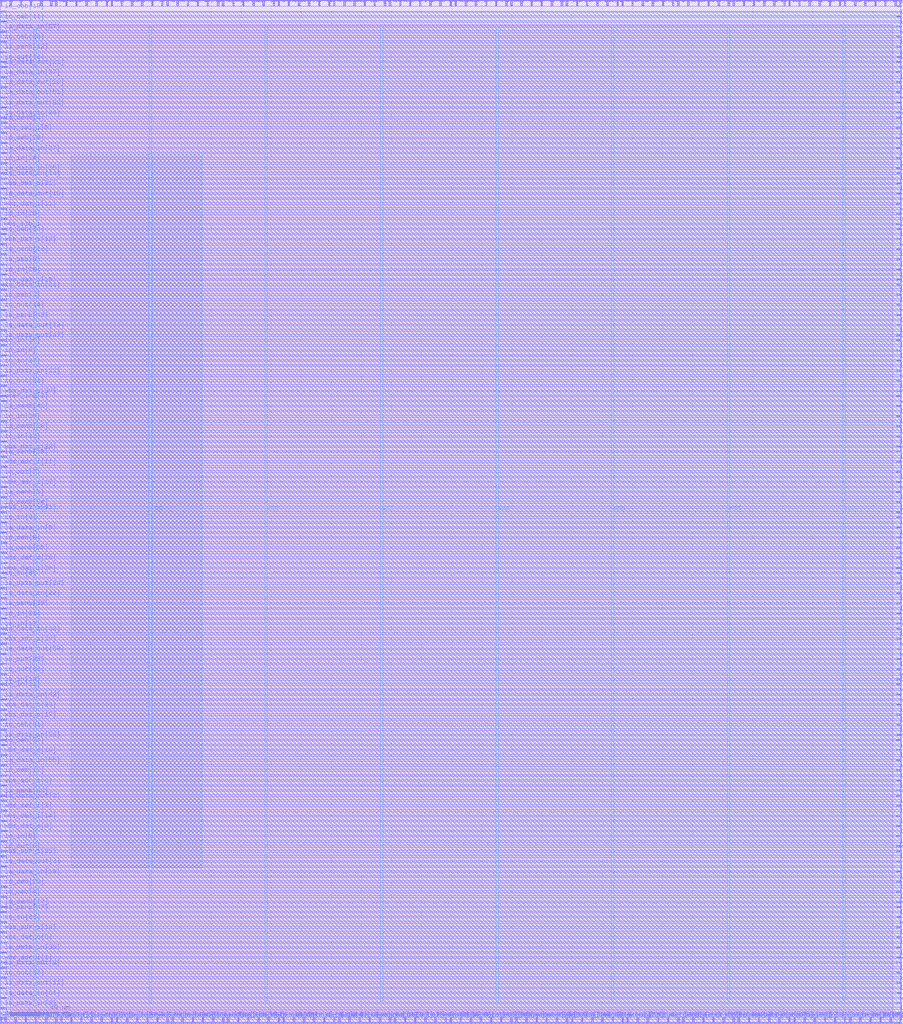
<source format=lef>
VERSION 5.7 ;
  NOWIREEXTENSIONATPIN ON ;
  DIVIDERCHAR "/" ;
  BUSBITCHARS "[]" ;
MACRO tiny_user_project
  CLASS BLOCK ;
  FOREIGN tiny_user_project ;
  ORIGIN 0.000 0.000 ;
  SIZE 600.000 BY 680.000 ;
  PIN io_in[0]
    DIRECTION INPUT ;
    USE SIGNAL ;
    PORT
      LAYER Metal3 ;
        RECT 1.000 443.520 4.000 444.080 ;
    END
  END io_in[0]
  PIN io_in[10]
    DIRECTION INPUT ;
    USE SIGNAL ;
    PORT
      LAYER Metal3 ;
        RECT 1.000 450.240 4.000 450.800 ;
    END
  END io_in[10]
  PIN io_in[11]
    DIRECTION INPUT ;
    USE SIGNAL ;
    PORT
      LAYER Metal3 ;
        RECT 1.000 221.760 4.000 222.320 ;
    END
  END io_in[11]
  PIN io_in[12]
    DIRECTION INPUT ;
    USE SIGNAL ;
    PORT
      LAYER Metal3 ;
        RECT 1.000 386.400 4.000 386.960 ;
    END
  END io_in[12]
  PIN io_in[13]
    DIRECTION INPUT ;
    USE SIGNAL ;
    PORT
      LAYER Metal3 ;
        RECT 1.000 262.080 4.000 262.640 ;
    END
  END io_in[13]
  PIN io_in[14]
    DIRECTION INPUT ;
    USE SIGNAL ;
    PORT
      LAYER Metal3 ;
        RECT 1.000 225.120 4.000 225.680 ;
    END
  END io_in[14]
  PIN io_in[15]
    DIRECTION INPUT ;
    USE SIGNAL ;
    PORT
      LAYER Metal2 ;
        RECT 299.040 676.000 299.600 679.000 ;
    END
  END io_in[15]
  PIN io_in[16]
    DIRECTION INPUT ;
    USE SIGNAL ;
    PORT
      LAYER Metal3 ;
        RECT 596.000 168.000 599.000 168.560 ;
    END
  END io_in[16]
  PIN io_in[17]
    DIRECTION INPUT ;
    USE SIGNAL ;
    PORT
      LAYER Metal3 ;
        RECT 596.000 641.760 599.000 642.320 ;
    END
  END io_in[17]
  PIN io_in[18]
    DIRECTION INPUT ;
    USE SIGNAL ;
    PORT
      LAYER Metal2 ;
        RECT 389.760 676.000 390.320 679.000 ;
    END
  END io_in[18]
  PIN io_in[19]
    DIRECTION INPUT ;
    USE SIGNAL ;
    PORT
      LAYER Metal3 ;
        RECT 596.000 26.880 599.000 27.440 ;
    END
  END io_in[19]
  PIN io_in[1]
    DIRECTION INPUT ;
    USE SIGNAL ;
    PORT
      LAYER Metal2 ;
        RECT 36.960 676.000 37.520 679.000 ;
    END
  END io_in[1]
  PIN io_in[20]
    DIRECTION INPUT ;
    USE SIGNAL ;
    PORT
      LAYER Metal2 ;
        RECT 470.400 676.000 470.960 679.000 ;
    END
  END io_in[20]
  PIN io_in[21]
    DIRECTION INPUT ;
    USE SIGNAL ;
    PORT
      LAYER Metal2 ;
        RECT 450.240 1.000 450.800 4.000 ;
    END
  END io_in[21]
  PIN io_in[22]
    DIRECTION INPUT ;
    USE SIGNAL ;
    PORT
      LAYER Metal2 ;
        RECT 598.080 676.000 598.640 679.000 ;
    END
  END io_in[22]
  PIN io_in[23]
    DIRECTION INPUT ;
    USE SIGNAL ;
    PORT
      LAYER Metal3 ;
        RECT 596.000 594.720 599.000 595.280 ;
    END
  END io_in[23]
  PIN io_in[24]
    DIRECTION INPUT ;
    USE SIGNAL ;
    PORT
      LAYER Metal2 ;
        RECT 527.520 1.000 528.080 4.000 ;
    END
  END io_in[24]
  PIN io_in[25]
    DIRECTION INPUT ;
    USE SIGNAL ;
    PORT
      LAYER Metal2 ;
        RECT 84.000 1.000 84.560 4.000 ;
    END
  END io_in[25]
  PIN io_in[26]
    DIRECTION INPUT ;
    USE SIGNAL ;
    PORT
      LAYER Metal3 ;
        RECT 1.000 534.240 4.000 534.800 ;
    END
  END io_in[26]
  PIN io_in[27]
    DIRECTION INPUT ;
    USE SIGNAL ;
    PORT
      LAYER Metal3 ;
        RECT 1.000 436.800 4.000 437.360 ;
    END
  END io_in[27]
  PIN io_in[28]
    DIRECTION INPUT ;
    USE SIGNAL ;
    PORT
      LAYER Metal3 ;
        RECT 1.000 497.280 4.000 497.840 ;
    END
  END io_in[28]
  PIN io_in[29]
    DIRECTION INPUT ;
    USE SIGNAL ;
    PORT
      LAYER Metal3 ;
        RECT 1.000 399.840 4.000 400.400 ;
    END
  END io_in[29]
  PIN io_in[2]
    DIRECTION INPUT ;
    USE SIGNAL ;
    PORT
      LAYER Metal3 ;
        RECT 596.000 675.360 599.000 675.920 ;
    END
  END io_in[2]
  PIN io_in[30]
    DIRECTION INPUT ;
    USE SIGNAL ;
    PORT
      LAYER Metal2 ;
        RECT 416.640 1.000 417.200 4.000 ;
    END
  END io_in[30]
  PIN io_in[31]
    DIRECTION INPUT ;
    USE SIGNAL ;
    PORT
      LAYER Metal3 ;
        RECT 1.000 268.800 4.000 269.360 ;
    END
  END io_in[31]
  PIN io_in[32]
    DIRECTION INPUT ;
    USE SIGNAL ;
    PORT
      LAYER Metal2 ;
        RECT 540.960 1.000 541.520 4.000 ;
    END
  END io_in[32]
  PIN io_in[33]
    DIRECTION INPUT ;
    USE SIGNAL ;
    PORT
      LAYER Metal3 ;
        RECT 1.000 67.200 4.000 67.760 ;
    END
  END io_in[33]
  PIN io_in[34]
    DIRECTION INPUT ;
    USE SIGNAL ;
    PORT
      LAYER Metal3 ;
        RECT 1.000 571.200 4.000 571.760 ;
    END
  END io_in[34]
  PIN io_in[35]
    DIRECTION INPUT ;
    USE SIGNAL ;
    PORT
      LAYER Metal2 ;
        RECT 530.880 676.000 531.440 679.000 ;
    END
  END io_in[35]
  PIN io_in[36]
    DIRECTION INPUT ;
    USE SIGNAL ;
    PORT
      LAYER Metal3 ;
        RECT 596.000 604.800 599.000 605.360 ;
    END
  END io_in[36]
  PIN io_in[37]
    DIRECTION INPUT ;
    USE SIGNAL ;
    PORT
      LAYER Metal3 ;
        RECT 596.000 527.520 599.000 528.080 ;
    END
  END io_in[37]
  PIN io_in[3]
    DIRECTION INPUT ;
    USE SIGNAL ;
    PORT
      LAYER Metal3 ;
        RECT 596.000 668.640 599.000 669.200 ;
    END
  END io_in[3]
  PIN io_in[4]
    DIRECTION INPUT ;
    USE SIGNAL ;
    PORT
      LAYER Metal3 ;
        RECT 596.000 329.280 599.000 329.840 ;
    END
  END io_in[4]
  PIN io_in[5]
    DIRECTION INPUT ;
    USE SIGNAL ;
    PORT
      LAYER Metal3 ;
        RECT 1.000 120.960 4.000 121.520 ;
    END
  END io_in[5]
  PIN io_in[6]
    DIRECTION INPUT ;
    USE SIGNAL ;
    PORT
      LAYER Metal3 ;
        RECT 596.000 161.280 599.000 161.840 ;
    END
  END io_in[6]
  PIN io_in[7]
    DIRECTION INPUT ;
    USE SIGNAL ;
    PORT
      LAYER Metal2 ;
        RECT 483.840 676.000 484.400 679.000 ;
    END
  END io_in[7]
  PIN io_in[8]
    DIRECTION INPUT ;
    USE SIGNAL ;
    PORT
      LAYER Metal3 ;
        RECT 1.000 295.680 4.000 296.240 ;
    END
  END io_in[8]
  PIN io_in[9]
    DIRECTION INPUT ;
    USE SIGNAL ;
    PORT
      LAYER Metal3 ;
        RECT 1.000 332.640 4.000 333.200 ;
    END
  END io_in[9]
  PIN io_oeb[0]
    DIRECTION OUTPUT TRISTATE ;
    USE SIGNAL ;
    PORT
      LAYER Metal3 ;
        RECT 596.000 490.560 599.000 491.120 ;
    END
  END io_oeb[0]
  PIN io_oeb[10]
    DIRECTION OUTPUT TRISTATE ;
    USE SIGNAL ;
    PORT
      LAYER Metal3 ;
        RECT 596.000 453.600 599.000 454.160 ;
    END
  END io_oeb[10]
  PIN io_oeb[11]
    DIRECTION OUTPUT TRISTATE ;
    USE SIGNAL ;
    PORT
      LAYER Metal3 ;
        RECT 1.000 665.280 4.000 665.840 ;
    END
  END io_oeb[11]
  PIN io_oeb[12]
    DIRECTION OUTPUT TRISTATE ;
    USE SIGNAL ;
    PORT
      LAYER Metal2 ;
        RECT 393.120 1.000 393.680 4.000 ;
    END
  END io_oeb[12]
  PIN io_oeb[13]
    DIRECTION OUTPUT TRISTATE ;
    USE SIGNAL ;
    PORT
      LAYER Metal3 ;
        RECT 1.000 164.640 4.000 165.200 ;
    END
  END io_oeb[13]
  PIN io_oeb[14]
    DIRECTION OUTPUT TRISTATE ;
    USE SIGNAL ;
    PORT
      LAYER Metal2 ;
        RECT 584.640 1.000 585.200 4.000 ;
    END
  END io_oeb[14]
  PIN io_oeb[15]
    DIRECTION OUTPUT TRISTATE ;
    USE SIGNAL ;
    PORT
      LAYER Metal2 ;
        RECT 366.240 676.000 366.800 679.000 ;
    END
  END io_oeb[15]
  PIN io_oeb[16]
    DIRECTION OUTPUT TRISTATE ;
    USE SIGNAL ;
    PORT
      LAYER Metal2 ;
        RECT 184.800 1.000 185.360 4.000 ;
    END
  END io_oeb[16]
  PIN io_oeb[17]
    DIRECTION OUTPUT TRISTATE ;
    USE SIGNAL ;
    PORT
      LAYER Metal2 ;
        RECT 60.480 1.000 61.040 4.000 ;
    END
  END io_oeb[17]
  PIN io_oeb[18]
    DIRECTION OUTPUT TRISTATE ;
    USE SIGNAL ;
    PORT
      LAYER Metal3 ;
        RECT 1.000 672.000 4.000 672.560 ;
    END
  END io_oeb[18]
  PIN io_oeb[19]
    DIRECTION OUTPUT TRISTATE ;
    USE SIGNAL ;
    PORT
      LAYER Metal2 ;
        RECT 184.800 676.000 185.360 679.000 ;
    END
  END io_oeb[19]
  PIN io_oeb[1]
    DIRECTION OUTPUT TRISTATE ;
    USE SIGNAL ;
    PORT
      LAYER Metal2 ;
        RECT 131.040 676.000 131.600 679.000 ;
    END
  END io_oeb[1]
  PIN io_oeb[20]
    DIRECTION OUTPUT TRISTATE ;
    USE SIGNAL ;
    PORT
      LAYER Metal2 ;
        RECT 329.280 676.000 329.840 679.000 ;
    END
  END io_oeb[20]
  PIN io_oeb[21]
    DIRECTION OUTPUT TRISTATE ;
    USE SIGNAL ;
    PORT
      LAYER Metal2 ;
        RECT 547.680 1.000 548.240 4.000 ;
    END
  END io_oeb[21]
  PIN io_oeb[22]
    DIRECTION OUTPUT TRISTATE ;
    USE SIGNAL ;
    PORT
      LAYER Metal3 ;
        RECT 596.000 204.960 599.000 205.520 ;
    END
  END io_oeb[22]
  PIN io_oeb[23]
    DIRECTION OUTPUT TRISTATE ;
    USE SIGNAL ;
    PORT
      LAYER Metal2 ;
        RECT 581.280 676.000 581.840 679.000 ;
    END
  END io_oeb[23]
  PIN io_oeb[24]
    DIRECTION OUTPUT TRISTATE ;
    USE SIGNAL ;
    PORT
      LAYER Metal3 ;
        RECT 1.000 184.800 4.000 185.360 ;
    END
  END io_oeb[24]
  PIN io_oeb[25]
    DIRECTION OUTPUT TRISTATE ;
    USE SIGNAL ;
    PORT
      LAYER Metal3 ;
        RECT 1.000 90.720 4.000 91.280 ;
    END
  END io_oeb[25]
  PIN io_oeb[26]
    DIRECTION OUTPUT TRISTATE ;
    USE SIGNAL ;
    PORT
      LAYER Metal3 ;
        RECT 1.000 584.640 4.000 585.200 ;
    END
  END io_oeb[26]
  PIN io_oeb[27]
    DIRECTION OUTPUT TRISTATE ;
    USE SIGNAL ;
    PORT
      LAYER Metal2 ;
        RECT 534.240 1.000 534.800 4.000 ;
    END
  END io_oeb[27]
  PIN io_oeb[28]
    DIRECTION OUTPUT TRISTATE ;
    USE SIGNAL ;
    PORT
      LAYER Metal3 ;
        RECT 1.000 651.840 4.000 652.400 ;
    END
  END io_oeb[28]
  PIN io_oeb[29]
    DIRECTION OUTPUT TRISTATE ;
    USE SIGNAL ;
    PORT
      LAYER Metal3 ;
        RECT 596.000 366.240 599.000 366.800 ;
    END
  END io_oeb[29]
  PIN io_oeb[2]
    DIRECTION OUTPUT TRISTATE ;
    USE SIGNAL ;
    PORT
      LAYER Metal3 ;
        RECT 596.000 285.600 599.000 286.160 ;
    END
  END io_oeb[2]
  PIN io_oeb[30]
    DIRECTION OUTPUT TRISTATE ;
    USE SIGNAL ;
    PORT
      LAYER Metal3 ;
        RECT 596.000 0.000 599.000 0.560 ;
    END
  END io_oeb[30]
  PIN io_oeb[31]
    DIRECTION OUTPUT TRISTATE ;
    USE SIGNAL ;
    PORT
      LAYER Metal3 ;
        RECT 1.000 194.880 4.000 195.440 ;
    END
  END io_oeb[31]
  PIN io_oeb[32]
    DIRECTION OUTPUT TRISTATE ;
    USE SIGNAL ;
    PORT
      LAYER Metal2 ;
        RECT 520.800 676.000 521.360 679.000 ;
    END
  END io_oeb[32]
  PIN io_oeb[33]
    DIRECTION OUTPUT TRISTATE ;
    USE SIGNAL ;
    PORT
      LAYER Metal3 ;
        RECT 596.000 144.480 599.000 145.040 ;
    END
  END io_oeb[33]
  PIN io_oeb[34]
    DIRECTION OUTPUT TRISTATE ;
    USE SIGNAL ;
    PORT
      LAYER Metal3 ;
        RECT 1.000 524.160 4.000 524.720 ;
    END
  END io_oeb[34]
  PIN io_oeb[35]
    DIRECTION OUTPUT TRISTATE ;
    USE SIGNAL ;
    PORT
      LAYER Metal3 ;
        RECT 596.000 618.240 599.000 618.800 ;
    END
  END io_oeb[35]
  PIN io_oeb[36]
    DIRECTION OUTPUT TRISTATE ;
    USE SIGNAL ;
    PORT
      LAYER Metal2 ;
        RECT 315.840 676.000 316.400 679.000 ;
    END
  END io_oeb[36]
  PIN io_oeb[37]
    DIRECTION OUTPUT TRISTATE ;
    USE SIGNAL ;
    PORT
      LAYER Metal3 ;
        RECT 596.000 299.040 599.000 299.600 ;
    END
  END io_oeb[37]
  PIN io_oeb[3]
    DIRECTION OUTPUT TRISTATE ;
    USE SIGNAL ;
    PORT
      LAYER Metal3 ;
        RECT 1.000 480.480 4.000 481.040 ;
    END
  END io_oeb[3]
  PIN io_oeb[4]
    DIRECTION OUTPUT TRISTATE ;
    USE SIGNAL ;
    PORT
      LAYER Metal3 ;
        RECT 1.000 84.000 4.000 84.560 ;
    END
  END io_oeb[4]
  PIN io_oeb[5]
    DIRECTION OUTPUT TRISTATE ;
    USE SIGNAL ;
    PORT
      LAYER Metal2 ;
        RECT 426.720 676.000 427.280 679.000 ;
    END
  END io_oeb[5]
  PIN io_oeb[6]
    DIRECTION OUTPUT TRISTATE ;
    USE SIGNAL ;
    PORT
      LAYER Metal3 ;
        RECT 1.000 504.000 4.000 504.560 ;
    END
  END io_oeb[6]
  PIN io_oeb[7]
    DIRECTION OUTPUT TRISTATE ;
    USE SIGNAL ;
    PORT
      LAYER Metal2 ;
        RECT 265.440 676.000 266.000 679.000 ;
    END
  END io_oeb[7]
  PIN io_oeb[8]
    DIRECTION OUTPUT TRISTATE ;
    USE SIGNAL ;
    PORT
      LAYER Metal3 ;
        RECT 1.000 319.200 4.000 319.760 ;
    END
  END io_oeb[8]
  PIN io_oeb[9]
    DIRECTION OUTPUT TRISTATE ;
    USE SIGNAL ;
    PORT
      LAYER Metal3 ;
        RECT 596.000 661.920 599.000 662.480 ;
    END
  END io_oeb[9]
  PIN io_out[0]
    DIRECTION OUTPUT TRISTATE ;
    USE SIGNAL ;
    PORT
      LAYER Metal2 ;
        RECT 63.840 676.000 64.400 679.000 ;
    END
  END io_out[0]
  PIN io_out[10]
    DIRECTION OUTPUT TRISTATE ;
    USE SIGNAL ;
    PORT
      LAYER Metal2 ;
        RECT 154.560 676.000 155.120 679.000 ;
    END
  END io_out[10]
  PIN io_out[11]
    DIRECTION OUTPUT TRISTATE ;
    USE SIGNAL ;
    PORT
      LAYER Metal2 ;
        RECT 413.280 1.000 413.840 4.000 ;
    END
  END io_out[11]
  PIN io_out[12]
    DIRECTION OUTPUT TRISTATE ;
    USE SIGNAL ;
    PORT
      LAYER Metal2 ;
        RECT 588.000 676.000 588.560 679.000 ;
    END
  END io_out[12]
  PIN io_out[13]
    DIRECTION OUTPUT TRISTATE ;
    USE SIGNAL ;
    PORT
      LAYER Metal3 ;
        RECT 1.000 638.400 4.000 638.960 ;
    END
  END io_out[13]
  PIN io_out[14]
    DIRECTION OUTPUT TRISTATE ;
    USE SIGNAL ;
    PORT
      LAYER Metal3 ;
        RECT 1.000 473.760 4.000 474.320 ;
    END
  END io_out[14]
  PIN io_out[15]
    DIRECTION OUTPUT TRISTATE ;
    USE SIGNAL ;
    PORT
      LAYER Metal2 ;
        RECT 258.720 1.000 259.280 4.000 ;
    END
  END io_out[15]
  PIN io_out[16]
    DIRECTION OUTPUT TRISTATE ;
    USE SIGNAL ;
    PORT
      LAYER Metal3 ;
        RECT 596.000 574.560 599.000 575.120 ;
    END
  END io_out[16]
  PIN io_out[17]
    DIRECTION OUTPUT TRISTATE ;
    USE SIGNAL ;
    PORT
      LAYER Metal2 ;
        RECT 73.920 1.000 74.480 4.000 ;
    END
  END io_out[17]
  PIN io_out[18]
    DIRECTION OUTPUT TRISTATE ;
    USE SIGNAL ;
    PORT
      LAYER Metal2 ;
        RECT 598.080 1.000 598.640 4.000 ;
    END
  END io_out[18]
  PIN io_out[19]
    DIRECTION OUTPUT TRISTATE ;
    USE SIGNAL ;
    PORT
      LAYER Metal2 ;
        RECT 100.800 676.000 101.360 679.000 ;
    END
  END io_out[19]
  PIN io_out[1]
    DIRECTION OUTPUT TRISTATE ;
    USE SIGNAL ;
    PORT
      LAYER Metal2 ;
        RECT 40.320 1.000 40.880 4.000 ;
    END
  END io_out[1]
  PIN io_out[20]
    DIRECTION OUTPUT TRISTATE ;
    USE SIGNAL ;
    PORT
      LAYER Metal3 ;
        RECT 596.000 100.800 599.000 101.360 ;
    END
  END io_out[20]
  PIN io_out[21]
    DIRECTION OUTPUT TRISTATE ;
    USE SIGNAL ;
    PORT
      LAYER Metal3 ;
        RECT 1.000 423.360 4.000 423.920 ;
    END
  END io_out[21]
  PIN io_out[22]
    DIRECTION OUTPUT TRISTATE ;
    USE SIGNAL ;
    PORT
      LAYER Metal3 ;
        RECT 596.000 181.440 599.000 182.000 ;
    END
  END io_out[22]
  PIN io_out[23]
    DIRECTION OUTPUT TRISTATE ;
    USE SIGNAL ;
    PORT
      LAYER Metal3 ;
        RECT 1.000 238.560 4.000 239.120 ;
    END
  END io_out[23]
  PIN io_out[24]
    DIRECTION OUTPUT TRISTATE ;
    USE SIGNAL ;
    PORT
      LAYER Metal2 ;
        RECT 561.120 1.000 561.680 4.000 ;
    END
  END io_out[24]
  PIN io_out[25]
    DIRECTION OUTPUT TRISTATE ;
    USE SIGNAL ;
    PORT
      LAYER Metal3 ;
        RECT 596.000 57.120 599.000 57.680 ;
    END
  END io_out[25]
  PIN io_out[26]
    DIRECTION OUTPUT TRISTATE ;
    USE SIGNAL ;
    PORT
      LAYER Metal2 ;
        RECT 268.800 1.000 269.360 4.000 ;
    END
  END io_out[26]
  PIN io_out[27]
    DIRECTION OUTPUT TRISTATE ;
    USE SIGNAL ;
    PORT
      LAYER Metal2 ;
        RECT 215.040 1.000 215.600 4.000 ;
    END
  END io_out[27]
  PIN io_out[28]
    DIRECTION OUTPUT TRISTATE ;
    USE SIGNAL ;
    PORT
      LAYER Metal2 ;
        RECT 409.920 676.000 410.480 679.000 ;
    END
  END io_out[28]
  PIN io_out[29]
    DIRECTION OUTPUT TRISTATE ;
    USE SIGNAL ;
    PORT
      LAYER Metal2 ;
        RECT 436.800 1.000 437.360 4.000 ;
    END
  END io_out[29]
  PIN io_out[2]
    DIRECTION OUTPUT TRISTATE ;
    USE SIGNAL ;
    PORT
      LAYER Metal3 ;
        RECT 596.000 265.440 599.000 266.000 ;
    END
  END io_out[2]
  PIN io_out[30]
    DIRECTION OUTPUT TRISTATE ;
    USE SIGNAL ;
    PORT
      LAYER Metal2 ;
        RECT 544.320 676.000 544.880 679.000 ;
    END
  END io_out[30]
  PIN io_out[31]
    DIRECTION OUTPUT TRISTATE ;
    USE SIGNAL ;
    PORT
      LAYER Metal2 ;
        RECT 225.120 1.000 225.680 4.000 ;
    END
  END io_out[31]
  PIN io_out[32]
    DIRECTION OUTPUT TRISTATE ;
    USE SIGNAL ;
    PORT
      LAYER Metal2 ;
        RECT 359.520 676.000 360.080 679.000 ;
    END
  END io_out[32]
  PIN io_out[33]
    DIRECTION OUTPUT TRISTATE ;
    USE SIGNAL ;
    PORT
      LAYER Metal3 ;
        RECT 1.000 231.840 4.000 232.400 ;
    END
  END io_out[33]
  PIN io_out[34]
    DIRECTION OUTPUT TRISTATE ;
    USE SIGNAL ;
    PORT
      LAYER Metal2 ;
        RECT 423.360 1.000 423.920 4.000 ;
    END
  END io_out[34]
  PIN io_out[35]
    DIRECTION OUTPUT TRISTATE ;
    USE SIGNAL ;
    PORT
      LAYER Metal2 ;
        RECT 379.680 1.000 380.240 4.000 ;
    END
  END io_out[35]
  PIN io_out[36]
    DIRECTION OUTPUT TRISTATE ;
    USE SIGNAL ;
    PORT
      LAYER Metal2 ;
        RECT 151.200 1.000 151.760 4.000 ;
    END
  END io_out[36]
  PIN io_out[37]
    DIRECTION OUTPUT TRISTATE ;
    USE SIGNAL ;
    PORT
      LAYER Metal3 ;
        RECT 1.000 30.240 4.000 30.800 ;
    END
  END io_out[37]
  PIN io_out[3]
    DIRECTION OUTPUT TRISTATE ;
    USE SIGNAL ;
    PORT
      LAYER Metal2 ;
        RECT 255.360 676.000 255.920 679.000 ;
    END
  END io_out[3]
  PIN io_out[4]
    DIRECTION OUTPUT TRISTATE ;
    USE SIGNAL ;
    PORT
      LAYER Metal2 ;
        RECT 295.680 1.000 296.240 4.000 ;
    END
  END io_out[4]
  PIN io_out[5]
    DIRECTION OUTPUT TRISTATE ;
    USE SIGNAL ;
    PORT
      LAYER Metal2 ;
        RECT 228.480 676.000 229.040 679.000 ;
    END
  END io_out[5]
  PIN io_out[6]
    DIRECTION OUTPUT TRISTATE ;
    USE SIGNAL ;
    PORT
      LAYER Metal3 ;
        RECT 1.000 114.240 4.000 114.800 ;
    END
  END io_out[6]
  PIN io_out[7]
    DIRECTION OUTPUT TRISTATE ;
    USE SIGNAL ;
    PORT
      LAYER Metal3 ;
        RECT 1.000 362.880 4.000 363.440 ;
    END
  END io_out[7]
  PIN io_out[8]
    DIRECTION OUTPUT TRISTATE ;
    USE SIGNAL ;
    PORT
      LAYER Metal2 ;
        RECT 467.040 1.000 467.600 4.000 ;
    END
  END io_out[8]
  PIN io_out[9]
    DIRECTION OUTPUT TRISTATE ;
    USE SIGNAL ;
    PORT
      LAYER Metal2 ;
        RECT 164.640 1.000 165.200 4.000 ;
    END
  END io_out[9]
  PIN la_data_in[0]
    DIRECTION INPUT ;
    USE SIGNAL ;
    PORT
      LAYER Metal3 ;
        RECT 1.000 325.920 4.000 326.480 ;
    END
  END la_data_in[0]
  PIN la_data_in[10]
    DIRECTION INPUT ;
    USE SIGNAL ;
    PORT
      LAYER Metal3 ;
        RECT 596.000 638.400 599.000 638.960 ;
    END
  END la_data_in[10]
  PIN la_data_in[11]
    DIRECTION INPUT ;
    USE SIGNAL ;
    PORT
      LAYER Metal3 ;
        RECT 596.000 322.560 599.000 323.120 ;
    END
  END la_data_in[11]
  PIN la_data_in[12]
    DIRECTION INPUT ;
    USE SIGNAL ;
    PORT
      LAYER Metal2 ;
        RECT 194.880 1.000 195.440 4.000 ;
    END
  END la_data_in[12]
  PIN la_data_in[13]
    DIRECTION INPUT ;
    USE SIGNAL ;
    PORT
      LAYER Metal2 ;
        RECT 218.400 676.000 218.960 679.000 ;
    END
  END la_data_in[13]
  PIN la_data_in[14]
    DIRECTION INPUT ;
    USE SIGNAL ;
    PORT
      LAYER Metal3 ;
        RECT 1.000 561.120 4.000 561.680 ;
    END
  END la_data_in[14]
  PIN la_data_in[15]
    DIRECTION INPUT ;
    USE SIGNAL ;
    PORT
      LAYER Metal3 ;
        RECT 596.000 500.640 599.000 501.200 ;
    END
  END la_data_in[15]
  PIN la_data_in[16]
    DIRECTION INPUT ;
    USE SIGNAL ;
    PORT
      LAYER Metal2 ;
        RECT 20.160 676.000 20.720 679.000 ;
    END
  END la_data_in[16]
  PIN la_data_in[17]
    DIRECTION INPUT ;
    USE SIGNAL ;
    PORT
      LAYER Metal3 ;
        RECT 596.000 137.760 599.000 138.320 ;
    END
  END la_data_in[17]
  PIN la_data_in[18]
    DIRECTION INPUT ;
    USE SIGNAL ;
    PORT
      LAYER Metal2 ;
        RECT 278.880 676.000 279.440 679.000 ;
    END
  END la_data_in[18]
  PIN la_data_in[19]
    DIRECTION INPUT ;
    USE SIGNAL ;
    PORT
      LAYER Metal3 ;
        RECT 1.000 97.440 4.000 98.000 ;
    END
  END la_data_in[19]
  PIN la_data_in[1]
    DIRECTION INPUT ;
    USE SIGNAL ;
    PORT
      LAYER Metal2 ;
        RECT 107.520 676.000 108.080 679.000 ;
    END
  END la_data_in[1]
  PIN la_data_in[20]
    DIRECTION INPUT ;
    USE SIGNAL ;
    PORT
      LAYER Metal3 ;
        RECT 596.000 174.720 599.000 175.280 ;
    END
  END la_data_in[20]
  PIN la_data_in[21]
    DIRECTION INPUT ;
    USE SIGNAL ;
    PORT
      LAYER Metal3 ;
        RECT 1.000 487.200 4.000 487.760 ;
    END
  END la_data_in[21]
  PIN la_data_in[22]
    DIRECTION INPUT ;
    USE SIGNAL ;
    PORT
      LAYER Metal3 ;
        RECT 1.000 282.240 4.000 282.800 ;
    END
  END la_data_in[22]
  PIN la_data_in[23]
    DIRECTION INPUT ;
    USE SIGNAL ;
    PORT
      LAYER Metal3 ;
        RECT 596.000 520.800 599.000 521.360 ;
    END
  END la_data_in[23]
  PIN la_data_in[24]
    DIRECTION INPUT ;
    USE SIGNAL ;
    PORT
      LAYER Metal2 ;
        RECT 285.600 676.000 286.160 679.000 ;
    END
  END la_data_in[24]
  PIN la_data_in[25]
    DIRECTION INPUT ;
    USE SIGNAL ;
    PORT
      LAYER Metal2 ;
        RECT 94.080 676.000 94.640 679.000 ;
    END
  END la_data_in[25]
  PIN la_data_in[26]
    DIRECTION INPUT ;
    USE SIGNAL ;
    PORT
      LAYER Metal2 ;
        RECT 352.800 676.000 353.360 679.000 ;
    END
  END la_data_in[26]
  PIN la_data_in[27]
    DIRECTION INPUT ;
    USE SIGNAL ;
    PORT
      LAYER Metal3 ;
        RECT 1.000 577.920 4.000 578.480 ;
    END
  END la_data_in[27]
  PIN la_data_in[28]
    DIRECTION INPUT ;
    USE SIGNAL ;
    PORT
      LAYER Metal3 ;
        RECT 1.000 601.440 4.000 602.000 ;
    END
  END la_data_in[28]
  PIN la_data_in[29]
    DIRECTION INPUT ;
    USE SIGNAL ;
    PORT
      LAYER Metal3 ;
        RECT 596.000 198.240 599.000 198.800 ;
    END
  END la_data_in[29]
  PIN la_data_in[2]
    DIRECTION INPUT ;
    USE SIGNAL ;
    PORT
      LAYER Metal2 ;
        RECT 241.920 676.000 242.480 679.000 ;
    END
  END la_data_in[2]
  PIN la_data_in[30]
    DIRECTION INPUT ;
    USE SIGNAL ;
    PORT
      LAYER Metal3 ;
        RECT 1.000 47.040 4.000 47.600 ;
    END
  END la_data_in[30]
  PIN la_data_in[31]
    DIRECTION INPUT ;
    USE SIGNAL ;
    PORT
      LAYER Metal2 ;
        RECT 500.640 676.000 501.200 679.000 ;
    END
  END la_data_in[31]
  PIN la_data_in[32]
    DIRECTION INPUT ;
    USE SIGNAL ;
    PORT
      LAYER Metal3 ;
        RECT 1.000 258.720 4.000 259.280 ;
    END
  END la_data_in[32]
  PIN la_data_in[33]
    DIRECTION INPUT ;
    USE SIGNAL ;
    PORT
      LAYER Metal3 ;
        RECT 1.000 430.080 4.000 430.640 ;
    END
  END la_data_in[33]
  PIN la_data_in[34]
    DIRECTION INPUT ;
    USE SIGNAL ;
    PORT
      LAYER Metal2 ;
        RECT 6.720 676.000 7.280 679.000 ;
    END
  END la_data_in[34]
  PIN la_data_in[35]
    DIRECTION INPUT ;
    USE SIGNAL ;
    PORT
      LAYER Metal3 ;
        RECT 1.000 564.480 4.000 565.040 ;
    END
  END la_data_in[35]
  PIN la_data_in[36]
    DIRECTION INPUT ;
    USE SIGNAL ;
    PORT
      LAYER Metal2 ;
        RECT 453.600 1.000 454.160 4.000 ;
    END
  END la_data_in[36]
  PIN la_data_in[37]
    DIRECTION INPUT ;
    USE SIGNAL ;
    PORT
      LAYER Metal3 ;
        RECT 1.000 628.320 4.000 628.880 ;
    END
  END la_data_in[37]
  PIN la_data_in[38]
    DIRECTION INPUT ;
    USE SIGNAL ;
    PORT
      LAYER Metal2 ;
        RECT 288.960 1.000 289.520 4.000 ;
    END
  END la_data_in[38]
  PIN la_data_in[39]
    DIRECTION INPUT ;
    USE SIGNAL ;
    PORT
      LAYER Metal2 ;
        RECT 309.120 676.000 309.680 679.000 ;
    END
  END la_data_in[39]
  PIN la_data_in[3]
    DIRECTION INPUT ;
    USE SIGNAL ;
    PORT
      LAYER Metal3 ;
        RECT 596.000 389.760 599.000 390.320 ;
    END
  END la_data_in[3]
  PIN la_data_in[40]
    DIRECTION INPUT ;
    USE SIGNAL ;
    PORT
      LAYER Metal2 ;
        RECT 221.760 1.000 222.320 4.000 ;
    END
  END la_data_in[40]
  PIN la_data_in[41]
    DIRECTION INPUT ;
    USE SIGNAL ;
    PORT
      LAYER Metal2 ;
        RECT 305.760 1.000 306.320 4.000 ;
    END
  END la_data_in[41]
  PIN la_data_in[42]
    DIRECTION INPUT ;
    USE SIGNAL ;
    PORT
      LAYER Metal3 ;
        RECT 1.000 215.040 4.000 215.600 ;
    END
  END la_data_in[42]
  PIN la_data_in[43]
    DIRECTION INPUT ;
    USE SIGNAL ;
    PORT
      LAYER Metal2 ;
        RECT 561.120 676.000 561.680 679.000 ;
    END
  END la_data_in[43]
  PIN la_data_in[44]
    DIRECTION INPUT ;
    USE SIGNAL ;
    PORT
      LAYER Metal3 ;
        RECT 596.000 43.680 599.000 44.240 ;
    END
  END la_data_in[44]
  PIN la_data_in[45]
    DIRECTION INPUT ;
    USE SIGNAL ;
    PORT
      LAYER Metal2 ;
        RECT 208.320 1.000 208.880 4.000 ;
    END
  END la_data_in[45]
  PIN la_data_in[46]
    DIRECTION INPUT ;
    USE SIGNAL ;
    PORT
      LAYER Metal3 ;
        RECT 596.000 507.360 599.000 507.920 ;
    END
  END la_data_in[46]
  PIN la_data_in[47]
    DIRECTION INPUT ;
    USE SIGNAL ;
    PORT
      LAYER Metal2 ;
        RECT 399.840 1.000 400.400 4.000 ;
    END
  END la_data_in[47]
  PIN la_data_in[48]
    DIRECTION INPUT ;
    USE SIGNAL ;
    PORT
      LAYER Metal2 ;
        RECT 258.720 676.000 259.280 679.000 ;
    END
  END la_data_in[48]
  PIN la_data_in[49]
    DIRECTION INPUT ;
    USE SIGNAL ;
    PORT
      LAYER Metal2 ;
        RECT 204.960 676.000 205.520 679.000 ;
    END
  END la_data_in[49]
  PIN la_data_in[4]
    DIRECTION INPUT ;
    USE SIGNAL ;
    PORT
      LAYER Metal2 ;
        RECT 13.440 676.000 14.000 679.000 ;
    END
  END la_data_in[4]
  PIN la_data_in[50]
    DIRECTION INPUT ;
    USE SIGNAL ;
    PORT
      LAYER Metal2 ;
        RECT 211.680 676.000 212.240 679.000 ;
    END
  END la_data_in[50]
  PIN la_data_in[51]
    DIRECTION INPUT ;
    USE SIGNAL ;
    PORT
      LAYER Metal2 ;
        RECT 299.040 1.000 299.600 4.000 ;
    END
  END la_data_in[51]
  PIN la_data_in[52]
    DIRECTION INPUT ;
    USE SIGNAL ;
    PORT
      LAYER Metal3 ;
        RECT 596.000 255.360 599.000 255.920 ;
    END
  END la_data_in[52]
  PIN la_data_in[53]
    DIRECTION INPUT ;
    USE SIGNAL ;
    PORT
      LAYER Metal2 ;
        RECT 456.960 676.000 457.520 679.000 ;
    END
  END la_data_in[53]
  PIN la_data_in[54]
    DIRECTION INPUT ;
    USE SIGNAL ;
    PORT
      LAYER Metal2 ;
        RECT 413.280 676.000 413.840 679.000 ;
    END
  END la_data_in[54]
  PIN la_data_in[55]
    DIRECTION INPUT ;
    USE SIGNAL ;
    PORT
      LAYER Metal3 ;
        RECT 1.000 171.360 4.000 171.920 ;
    END
  END la_data_in[55]
  PIN la_data_in[56]
    DIRECTION INPUT ;
    USE SIGNAL ;
    PORT
      LAYER Metal3 ;
        RECT 1.000 188.160 4.000 188.720 ;
    END
  END la_data_in[56]
  PIN la_data_in[57]
    DIRECTION INPUT ;
    USE SIGNAL ;
    PORT
      LAYER Metal3 ;
        RECT 1.000 658.560 4.000 659.120 ;
    END
  END la_data_in[57]
  PIN la_data_in[58]
    DIRECTION INPUT ;
    USE SIGNAL ;
    PORT
      LAYER Metal2 ;
        RECT 231.840 1.000 232.400 4.000 ;
    END
  END la_data_in[58]
  PIN la_data_in[59]
    DIRECTION INPUT ;
    USE SIGNAL ;
    PORT
      LAYER Metal3 ;
        RECT 596.000 624.960 599.000 625.520 ;
    END
  END la_data_in[59]
  PIN la_data_in[5]
    DIRECTION INPUT ;
    USE SIGNAL ;
    PORT
      LAYER Metal2 ;
        RECT 110.880 1.000 111.440 4.000 ;
    END
  END la_data_in[5]
  PIN la_data_in[60]
    DIRECTION INPUT ;
    USE SIGNAL ;
    PORT
      LAYER Metal3 ;
        RECT 596.000 463.680 599.000 464.240 ;
    END
  END la_data_in[60]
  PIN la_data_in[61]
    DIRECTION INPUT ;
    USE SIGNAL ;
    PORT
      LAYER Metal3 ;
        RECT 1.000 16.800 4.000 17.360 ;
    END
  END la_data_in[61]
  PIN la_data_in[62]
    DIRECTION INPUT ;
    USE SIGNAL ;
    PORT
      LAYER Metal2 ;
        RECT 376.320 1.000 376.880 4.000 ;
    END
  END la_data_in[62]
  PIN la_data_in[63]
    DIRECTION INPUT ;
    USE SIGNAL ;
    PORT
      LAYER Metal2 ;
        RECT 124.320 676.000 124.880 679.000 ;
    END
  END la_data_in[63]
  PIN la_data_in[6]
    DIRECTION INPUT ;
    USE SIGNAL ;
    PORT
      LAYER Metal2 ;
        RECT 127.680 1.000 128.240 4.000 ;
    END
  END la_data_in[6]
  PIN la_data_in[7]
    DIRECTION INPUT ;
    USE SIGNAL ;
    PORT
      LAYER Metal3 ;
        RECT 596.000 272.160 599.000 272.720 ;
    END
  END la_data_in[7]
  PIN la_data_in[8]
    DIRECTION INPUT ;
    USE SIGNAL ;
    PORT
      LAYER Metal3 ;
        RECT 1.000 10.080 4.000 10.640 ;
    END
  END la_data_in[8]
  PIN la_data_in[9]
    DIRECTION INPUT ;
    USE SIGNAL ;
    PORT
      LAYER Metal2 ;
        RECT 537.600 676.000 538.160 679.000 ;
    END
  END la_data_in[9]
  PIN la_data_out[0]
    DIRECTION OUTPUT TRISTATE ;
    USE SIGNAL ;
    PORT
      LAYER Metal2 ;
        RECT 514.080 676.000 514.640 679.000 ;
    END
  END la_data_out[0]
  PIN la_data_out[10]
    DIRECTION OUTPUT TRISTATE ;
    USE SIGNAL ;
    PORT
      LAYER Metal3 ;
        RECT 596.000 383.040 599.000 383.600 ;
    END
  END la_data_out[10]
  PIN la_data_out[11]
    DIRECTION OUTPUT TRISTATE ;
    USE SIGNAL ;
    PORT
      LAYER Metal3 ;
        RECT 1.000 23.520 4.000 24.080 ;
    END
  END la_data_out[11]
  PIN la_data_out[12]
    DIRECTION OUTPUT TRISTATE ;
    USE SIGNAL ;
    PORT
      LAYER Metal3 ;
        RECT 1.000 460.320 4.000 460.880 ;
    END
  END la_data_out[12]
  PIN la_data_out[13]
    DIRECTION OUTPUT TRISTATE ;
    USE SIGNAL ;
    PORT
      LAYER Metal2 ;
        RECT 238.560 1.000 239.120 4.000 ;
    END
  END la_data_out[13]
  PIN la_data_out[14]
    DIRECTION OUTPUT TRISTATE ;
    USE SIGNAL ;
    PORT
      LAYER Metal3 ;
        RECT 596.000 302.400 599.000 302.960 ;
    END
  END la_data_out[14]
  PIN la_data_out[15]
    DIRECTION OUTPUT TRISTATE ;
    USE SIGNAL ;
    PORT
      LAYER Metal3 ;
        RECT 1.000 547.680 4.000 548.240 ;
    END
  END la_data_out[15]
  PIN la_data_out[16]
    DIRECTION OUTPUT TRISTATE ;
    USE SIGNAL ;
    PORT
      LAYER Metal3 ;
        RECT 596.000 396.480 599.000 397.040 ;
    END
  END la_data_out[16]
  PIN la_data_out[17]
    DIRECTION OUTPUT TRISTATE ;
    USE SIGNAL ;
    PORT
      LAYER Metal2 ;
        RECT 272.160 676.000 272.720 679.000 ;
    END
  END la_data_out[17]
  PIN la_data_out[18]
    DIRECTION OUTPUT TRISTATE ;
    USE SIGNAL ;
    PORT
      LAYER Metal3 ;
        RECT 596.000 567.840 599.000 568.400 ;
    END
  END la_data_out[18]
  PIN la_data_out[19]
    DIRECTION OUTPUT TRISTATE ;
    USE SIGNAL ;
    PORT
      LAYER Metal2 ;
        RECT 339.360 1.000 339.920 4.000 ;
    END
  END la_data_out[19]
  PIN la_data_out[1]
    DIRECTION OUTPUT TRISTATE ;
    USE SIGNAL ;
    PORT
      LAYER Metal3 ;
        RECT 596.000 339.360 599.000 339.920 ;
    END
  END la_data_out[1]
  PIN la_data_out[20]
    DIRECTION OUTPUT TRISTATE ;
    USE SIGNAL ;
    PORT
      LAYER Metal3 ;
        RECT 596.000 131.040 599.000 131.600 ;
    END
  END la_data_out[20]
  PIN la_data_out[21]
    DIRECTION OUTPUT TRISTATE ;
    USE SIGNAL ;
    PORT
      LAYER Metal3 ;
        RECT 1.000 635.040 4.000 635.600 ;
    END
  END la_data_out[21]
  PIN la_data_out[22]
    DIRECTION OUTPUT TRISTATE ;
    USE SIGNAL ;
    PORT
      LAYER Metal3 ;
        RECT 596.000 440.160 599.000 440.720 ;
    END
  END la_data_out[22]
  PIN la_data_out[23]
    DIRECTION OUTPUT TRISTATE ;
    USE SIGNAL ;
    PORT
      LAYER Metal2 ;
        RECT 188.160 1.000 188.720 4.000 ;
    END
  END la_data_out[23]
  PIN la_data_out[24]
    DIRECTION OUTPUT TRISTATE ;
    USE SIGNAL ;
    PORT
      LAYER Metal3 ;
        RECT 1.000 288.960 4.000 289.520 ;
    END
  END la_data_out[24]
  PIN la_data_out[25]
    DIRECTION OUTPUT TRISTATE ;
    USE SIGNAL ;
    PORT
      LAYER Metal2 ;
        RECT 342.720 1.000 343.280 4.000 ;
    END
  END la_data_out[25]
  PIN la_data_out[26]
    DIRECTION OUTPUT TRISTATE ;
    USE SIGNAL ;
    PORT
      LAYER Metal3 ;
        RECT 1.000 621.600 4.000 622.160 ;
    END
  END la_data_out[26]
  PIN la_data_out[27]
    DIRECTION OUTPUT TRISTATE ;
    USE SIGNAL ;
    PORT
      LAYER Metal2 ;
        RECT 346.080 676.000 346.640 679.000 ;
    END
  END la_data_out[27]
  PIN la_data_out[28]
    DIRECTION OUTPUT TRISTATE ;
    USE SIGNAL ;
    PORT
      LAYER Metal3 ;
        RECT 596.000 551.040 599.000 551.600 ;
    END
  END la_data_out[28]
  PIN la_data_out[29]
    DIRECTION OUTPUT TRISTATE ;
    USE SIGNAL ;
    PORT
      LAYER Metal2 ;
        RECT 275.520 1.000 276.080 4.000 ;
    END
  END la_data_out[29]
  PIN la_data_out[2]
    DIRECTION OUTPUT TRISTATE ;
    USE SIGNAL ;
    PORT
      LAYER Metal3 ;
        RECT 1.000 147.840 4.000 148.400 ;
    END
  END la_data_out[2]
  PIN la_data_out[30]
    DIRECTION OUTPUT TRISTATE ;
    USE SIGNAL ;
    PORT
      LAYER Metal3 ;
        RECT 596.000 336.000 599.000 336.560 ;
    END
  END la_data_out[30]
  PIN la_data_out[31]
    DIRECTION OUTPUT TRISTATE ;
    USE SIGNAL ;
    PORT
      LAYER Metal3 ;
        RECT 596.000 70.560 599.000 71.120 ;
    END
  END la_data_out[31]
  PIN la_data_out[32]
    DIRECTION OUTPUT TRISTATE ;
    USE SIGNAL ;
    PORT
      LAYER Metal2 ;
        RECT 336.000 676.000 336.560 679.000 ;
    END
  END la_data_out[32]
  PIN la_data_out[33]
    DIRECTION OUTPUT TRISTATE ;
    USE SIGNAL ;
    PORT
      LAYER Metal3 ;
        RECT 596.000 154.560 599.000 155.120 ;
    END
  END la_data_out[33]
  PIN la_data_out[34]
    DIRECTION OUTPUT TRISTATE ;
    USE SIGNAL ;
    PORT
      LAYER Metal2 ;
        RECT 312.480 1.000 313.040 4.000 ;
    END
  END la_data_out[34]
  PIN la_data_out[35]
    DIRECTION OUTPUT TRISTATE ;
    USE SIGNAL ;
    PORT
      LAYER Metal2 ;
        RECT 302.400 676.000 302.960 679.000 ;
    END
  END la_data_out[35]
  PIN la_data_out[36]
    DIRECTION OUTPUT TRISTATE ;
    USE SIGNAL ;
    PORT
      LAYER Metal3 ;
        RECT 596.000 557.760 599.000 558.320 ;
    END
  END la_data_out[36]
  PIN la_data_out[37]
    DIRECTION OUTPUT TRISTATE ;
    USE SIGNAL ;
    PORT
      LAYER Metal3 ;
        RECT 596.000 292.320 599.000 292.880 ;
    END
  END la_data_out[37]
  PIN la_data_out[38]
    DIRECTION OUTPUT TRISTATE ;
    USE SIGNAL ;
    PORT
      LAYER Metal3 ;
        RECT 596.000 50.400 599.000 50.960 ;
    END
  END la_data_out[38]
  PIN la_data_out[39]
    DIRECTION OUTPUT TRISTATE ;
    USE SIGNAL ;
    PORT
      LAYER Metal3 ;
        RECT 596.000 124.320 599.000 124.880 ;
    END
  END la_data_out[39]
  PIN la_data_out[3]
    DIRECTION OUTPUT TRISTATE ;
    USE SIGNAL ;
    PORT
      LAYER Metal3 ;
        RECT 1.000 104.160 4.000 104.720 ;
    END
  END la_data_out[3]
  PIN la_data_out[40]
    DIRECTION OUTPUT TRISTATE ;
    USE SIGNAL ;
    PORT
      LAYER Metal3 ;
        RECT 596.000 20.160 599.000 20.720 ;
    END
  END la_data_out[40]
  PIN la_data_out[41]
    DIRECTION OUTPUT TRISTATE ;
    USE SIGNAL ;
    PORT
      LAYER Metal3 ;
        RECT 596.000 235.200 599.000 235.760 ;
    END
  END la_data_out[41]
  PIN la_data_out[42]
    DIRECTION OUTPUT TRISTATE ;
    USE SIGNAL ;
    PORT
      LAYER Metal3 ;
        RECT 596.000 581.280 599.000 581.840 ;
    END
  END la_data_out[42]
  PIN la_data_out[43]
    DIRECTION OUTPUT TRISTATE ;
    USE SIGNAL ;
    PORT
      LAYER Metal2 ;
        RECT 36.960 1.000 37.520 4.000 ;
    END
  END la_data_out[43]
  PIN la_data_out[44]
    DIRECTION OUTPUT TRISTATE ;
    USE SIGNAL ;
    PORT
      LAYER Metal2 ;
        RECT 262.080 1.000 262.640 4.000 ;
    END
  END la_data_out[44]
  PIN la_data_out[45]
    DIRECTION OUTPUT TRISTATE ;
    USE SIGNAL ;
    PORT
      LAYER Metal2 ;
        RECT 57.120 676.000 57.680 679.000 ;
    END
  END la_data_out[45]
  PIN la_data_out[46]
    DIRECTION OUTPUT TRISTATE ;
    USE SIGNAL ;
    PORT
      LAYER Metal2 ;
        RECT 50.400 676.000 50.960 679.000 ;
    END
  END la_data_out[46]
  PIN la_data_out[47]
    DIRECTION OUTPUT TRISTATE ;
    USE SIGNAL ;
    PORT
      LAYER Metal3 ;
        RECT 1.000 453.600 4.000 454.160 ;
    END
  END la_data_out[47]
  PIN la_data_out[48]
    DIRECTION OUTPUT TRISTATE ;
    USE SIGNAL ;
    PORT
      LAYER Metal2 ;
        RECT 147.840 1.000 148.400 4.000 ;
    END
  END la_data_out[48]
  PIN la_data_out[49]
    DIRECTION OUTPUT TRISTATE ;
    USE SIGNAL ;
    PORT
      LAYER Metal2 ;
        RECT 577.920 1.000 578.480 4.000 ;
    END
  END la_data_out[49]
  PIN la_data_out[4]
    DIRECTION OUTPUT TRISTATE ;
    USE SIGNAL ;
    PORT
      LAYER Metal2 ;
        RECT 322.560 676.000 323.120 679.000 ;
    END
  END la_data_out[4]
  PIN la_data_out[50]
    DIRECTION OUTPUT TRISTATE ;
    USE SIGNAL ;
    PORT
      LAYER Metal2 ;
        RECT 181.440 676.000 182.000 679.000 ;
    END
  END la_data_out[50]
  PIN la_data_out[51]
    DIRECTION OUTPUT TRISTATE ;
    USE SIGNAL ;
    PORT
      LAYER Metal3 ;
        RECT 1.000 614.880 4.000 615.440 ;
    END
  END la_data_out[51]
  PIN la_data_out[52]
    DIRECTION OUTPUT TRISTATE ;
    USE SIGNAL ;
    PORT
      LAYER Metal3 ;
        RECT 596.000 80.640 599.000 81.200 ;
    END
  END la_data_out[52]
  PIN la_data_out[53]
    DIRECTION OUTPUT TRISTATE ;
    USE SIGNAL ;
    PORT
      LAYER Metal3 ;
        RECT 1.000 608.160 4.000 608.720 ;
    END
  END la_data_out[53]
  PIN la_data_out[54]
    DIRECTION OUTPUT TRISTATE ;
    USE SIGNAL ;
    PORT
      LAYER Metal3 ;
        RECT 596.000 477.120 599.000 477.680 ;
    END
  END la_data_out[54]
  PIN la_data_out[55]
    DIRECTION OUTPUT TRISTATE ;
    USE SIGNAL ;
    PORT
      LAYER Metal2 ;
        RECT 198.240 676.000 198.800 679.000 ;
    END
  END la_data_out[55]
  PIN la_data_out[56]
    DIRECTION OUTPUT TRISTATE ;
    USE SIGNAL ;
    PORT
      LAYER Metal3 ;
        RECT 596.000 191.520 599.000 192.080 ;
    END
  END la_data_out[56]
  PIN la_data_out[57]
    DIRECTION OUTPUT TRISTATE ;
    USE SIGNAL ;
    PORT
      LAYER Metal2 ;
        RECT 446.880 676.000 447.440 679.000 ;
    END
  END la_data_out[57]
  PIN la_data_out[58]
    DIRECTION OUTPUT TRISTATE ;
    USE SIGNAL ;
    PORT
      LAYER Metal3 ;
        RECT 596.000 483.840 599.000 484.400 ;
    END
  END la_data_out[58]
  PIN la_data_out[59]
    DIRECTION OUTPUT TRISTATE ;
    USE SIGNAL ;
    PORT
      LAYER Metal3 ;
        RECT 1.000 245.280 4.000 245.840 ;
    END
  END la_data_out[59]
  PIN la_data_out[5]
    DIRECTION OUTPUT TRISTATE ;
    USE SIGNAL ;
    PORT
      LAYER Metal3 ;
        RECT 596.000 420.000 599.000 420.560 ;
    END
  END la_data_out[5]
  PIN la_data_out[60]
    DIRECTION OUTPUT TRISTATE ;
    USE SIGNAL ;
    PORT
      LAYER Metal2 ;
        RECT 477.120 676.000 477.680 679.000 ;
    END
  END la_data_out[60]
  PIN la_data_out[61]
    DIRECTION OUTPUT TRISTATE ;
    USE SIGNAL ;
    PORT
      LAYER Metal2 ;
        RECT 171.360 1.000 171.920 4.000 ;
    END
  END la_data_out[61]
  PIN la_data_out[62]
    DIRECTION OUTPUT TRISTATE ;
    USE SIGNAL ;
    PORT
      LAYER Metal2 ;
        RECT 554.400 1.000 554.960 4.000 ;
    END
  END la_data_out[62]
  PIN la_data_out[63]
    DIRECTION OUTPUT TRISTATE ;
    USE SIGNAL ;
    PORT
      LAYER Metal3 ;
        RECT 596.000 87.360 599.000 87.920 ;
    END
  END la_data_out[63]
  PIN la_data_out[6]
    DIRECTION OUTPUT TRISTATE ;
    USE SIGNAL ;
    PORT
      LAYER Metal3 ;
        RECT 596.000 225.120 599.000 225.680 ;
    END
  END la_data_out[6]
  PIN la_data_out[7]
    DIRECTION OUTPUT TRISTATE ;
    USE SIGNAL ;
    PORT
      LAYER Metal2 ;
        RECT 574.560 676.000 575.120 679.000 ;
    END
  END la_data_out[7]
  PIN la_data_out[8]
    DIRECTION OUTPUT TRISTATE ;
    USE SIGNAL ;
    PORT
      LAYER Metal3 ;
        RECT 1.000 36.960 4.000 37.520 ;
    END
  END la_data_out[8]
  PIN la_data_out[9]
    DIRECTION OUTPUT TRISTATE ;
    USE SIGNAL ;
    PORT
      LAYER Metal3 ;
        RECT 596.000 346.080 599.000 346.640 ;
    END
  END la_data_out[9]
  PIN la_oenb[0]
    DIRECTION INPUT ;
    USE SIGNAL ;
    PORT
      LAYER Metal3 ;
        RECT 596.000 278.880 599.000 279.440 ;
    END
  END la_oenb[0]
  PIN la_oenb[10]
    DIRECTION INPUT ;
    USE SIGNAL ;
    PORT
      LAYER Metal3 ;
        RECT 596.000 493.920 599.000 494.480 ;
    END
  END la_oenb[10]
  PIN la_oenb[11]
    DIRECTION INPUT ;
    USE SIGNAL ;
    PORT
      LAYER Metal3 ;
        RECT 596.000 403.200 599.000 403.760 ;
    END
  END la_oenb[11]
  PIN la_oenb[12]
    DIRECTION INPUT ;
    USE SIGNAL ;
    PORT
      LAYER Metal3 ;
        RECT 1.000 645.120 4.000 645.680 ;
    END
  END la_oenb[12]
  PIN la_oenb[13]
    DIRECTION INPUT ;
    USE SIGNAL ;
    PORT
      LAYER Metal3 ;
        RECT 1.000 510.720 4.000 511.280 ;
    END
  END la_oenb[13]
  PIN la_oenb[14]
    DIRECTION INPUT ;
    USE SIGNAL ;
    PORT
      LAYER Metal2 ;
        RECT 473.760 1.000 474.320 4.000 ;
    END
  END la_oenb[14]
  PIN la_oenb[15]
    DIRECTION INPUT ;
    USE SIGNAL ;
    PORT
      LAYER Metal2 ;
        RECT 564.480 1.000 565.040 4.000 ;
    END
  END la_oenb[15]
  PIN la_oenb[16]
    DIRECTION INPUT ;
    USE SIGNAL ;
    PORT
      LAYER Metal2 ;
        RECT 90.720 1.000 91.280 4.000 ;
    END
  END la_oenb[16]
  PIN la_oenb[17]
    DIRECTION INPUT ;
    USE SIGNAL ;
    PORT
      LAYER Metal3 ;
        RECT 1.000 77.280 4.000 77.840 ;
    END
  END la_oenb[17]
  PIN la_oenb[18]
    DIRECTION INPUT ;
    USE SIGNAL ;
    PORT
      LAYER Metal2 ;
        RECT 0.000 676.000 0.560 679.000 ;
    END
  END la_oenb[18]
  PIN la_oenb[19]
    DIRECTION INPUT ;
    USE SIGNAL ;
    PORT
      LAYER Metal3 ;
        RECT 596.000 94.080 599.000 94.640 ;
    END
  END la_oenb[19]
  PIN la_oenb[1]
    DIRECTION INPUT ;
    USE SIGNAL ;
    PORT
      LAYER Metal2 ;
        RECT 80.640 676.000 81.200 679.000 ;
    END
  END la_oenb[1]
  PIN la_oenb[20]
    DIRECTION INPUT ;
    USE SIGNAL ;
    PORT
      LAYER Metal3 ;
        RECT 1.000 376.320 4.000 376.880 ;
    END
  END la_oenb[20]
  PIN la_oenb[21]
    DIRECTION INPUT ;
    USE SIGNAL ;
    PORT
      LAYER Metal2 ;
        RECT 221.760 676.000 222.320 679.000 ;
    END
  END la_oenb[21]
  PIN la_oenb[22]
    DIRECTION INPUT ;
    USE SIGNAL ;
    PORT
      LAYER Metal2 ;
        RECT 433.440 676.000 434.000 679.000 ;
    END
  END la_oenb[22]
  PIN la_oenb[23]
    DIRECTION INPUT ;
    USE SIGNAL ;
    PORT
      LAYER Metal2 ;
        RECT 178.080 1.000 178.640 4.000 ;
    END
  END la_oenb[23]
  PIN la_oenb[24]
    DIRECTION INPUT ;
    USE SIGNAL ;
    PORT
      LAYER Metal3 ;
        RECT 596.000 433.440 599.000 434.000 ;
    END
  END la_oenb[24]
  PIN la_oenb[25]
    DIRECTION INPUT ;
    USE SIGNAL ;
    PORT
      LAYER Metal2 ;
        RECT 571.200 1.000 571.760 4.000 ;
    END
  END la_oenb[25]
  PIN la_oenb[26]
    DIRECTION INPUT ;
    USE SIGNAL ;
    PORT
      LAYER Metal2 ;
        RECT 87.360 676.000 87.920 679.000 ;
    END
  END la_oenb[26]
  PIN la_oenb[27]
    DIRECTION INPUT ;
    USE SIGNAL ;
    PORT
      LAYER Metal2 ;
        RECT 114.240 1.000 114.800 4.000 ;
    END
  END la_oenb[27]
  PIN la_oenb[28]
    DIRECTION INPUT ;
    USE SIGNAL ;
    PORT
      LAYER Metal3 ;
        RECT 1.000 393.120 4.000 393.680 ;
    END
  END la_oenb[28]
  PIN la_oenb[29]
    DIRECTION INPUT ;
    USE SIGNAL ;
    PORT
      LAYER Metal3 ;
        RECT 596.000 648.480 599.000 649.040 ;
    END
  END la_oenb[29]
  PIN la_oenb[2]
    DIRECTION INPUT ;
    USE SIGNAL ;
    PORT
      LAYER Metal2 ;
        RECT 594.720 676.000 595.280 679.000 ;
    END
  END la_oenb[2]
  PIN la_oenb[30]
    DIRECTION INPUT ;
    USE SIGNAL ;
    PORT
      LAYER Metal3 ;
        RECT 596.000 588.000 599.000 588.560 ;
    END
  END la_oenb[30]
  PIN la_oenb[31]
    DIRECTION INPUT ;
    USE SIGNAL ;
    PORT
      LAYER Metal2 ;
        RECT 235.200 676.000 235.760 679.000 ;
    END
  END la_oenb[31]
  PIN la_oenb[32]
    DIRECTION INPUT ;
    USE SIGNAL ;
    PORT
      LAYER Metal3 ;
        RECT 596.000 564.480 599.000 565.040 ;
    END
  END la_oenb[32]
  PIN la_oenb[33]
    DIRECTION INPUT ;
    USE SIGNAL ;
    PORT
      LAYER Metal2 ;
        RECT 325.920 1.000 326.480 4.000 ;
    END
  END la_oenb[33]
  PIN la_oenb[34]
    DIRECTION INPUT ;
    USE SIGNAL ;
    PORT
      LAYER Metal2 ;
        RECT 70.560 676.000 71.120 679.000 ;
    END
  END la_oenb[34]
  PIN la_oenb[35]
    DIRECTION INPUT ;
    USE SIGNAL ;
    PORT
      LAYER Metal2 ;
        RECT 16.800 1.000 17.360 4.000 ;
    END
  END la_oenb[35]
  PIN la_oenb[36]
    DIRECTION INPUT ;
    USE SIGNAL ;
    PORT
      LAYER Metal2 ;
        RECT 3.360 1.000 3.920 4.000 ;
    END
  END la_oenb[36]
  PIN la_oenb[37]
    DIRECTION INPUT ;
    USE SIGNAL ;
    PORT
      LAYER Metal2 ;
        RECT 43.680 676.000 44.240 679.000 ;
    END
  END la_oenb[37]
  PIN la_oenb[38]
    DIRECTION INPUT ;
    USE SIGNAL ;
    PORT
      LAYER Metal2 ;
        RECT 332.640 1.000 333.200 4.000 ;
    END
  END la_oenb[38]
  PIN la_oenb[39]
    DIRECTION INPUT ;
    USE SIGNAL ;
    PORT
      LAYER Metal3 ;
        RECT 1.000 275.520 4.000 276.080 ;
    END
  END la_oenb[39]
  PIN la_oenb[3]
    DIRECTION INPUT ;
    USE SIGNAL ;
    PORT
      LAYER Metal3 ;
        RECT 1.000 349.440 4.000 350.000 ;
    END
  END la_oenb[3]
  PIN la_oenb[40]
    DIRECTION INPUT ;
    USE SIGNAL ;
    PORT
      LAYER Metal3 ;
        RECT 596.000 117.600 599.000 118.160 ;
    END
  END la_oenb[40]
  PIN la_oenb[41]
    DIRECTION INPUT ;
    USE SIGNAL ;
    PORT
      LAYER Metal2 ;
        RECT 191.520 676.000 192.080 679.000 ;
    END
  END la_oenb[41]
  PIN la_oenb[42]
    DIRECTION INPUT ;
    USE SIGNAL ;
    PORT
      LAYER Metal3 ;
        RECT 1.000 406.560 4.000 407.120 ;
    END
  END la_oenb[42]
  PIN la_oenb[43]
    DIRECTION INPUT ;
    USE SIGNAL ;
    PORT
      LAYER Metal2 ;
        RECT 120.960 1.000 121.520 4.000 ;
    END
  END la_oenb[43]
  PIN la_oenb[44]
    DIRECTION INPUT ;
    USE SIGNAL ;
    PORT
      LAYER Metal2 ;
        RECT 282.240 1.000 282.800 4.000 ;
    END
  END la_oenb[44]
  PIN la_oenb[45]
    DIRECTION INPUT ;
    USE SIGNAL ;
    PORT
      LAYER Metal2 ;
        RECT 487.200 676.000 487.760 679.000 ;
    END
  END la_oenb[45]
  PIN la_oenb[46]
    DIRECTION INPUT ;
    USE SIGNAL ;
    PORT
      LAYER Metal2 ;
        RECT 510.720 1.000 511.280 4.000 ;
    END
  END la_oenb[46]
  PIN la_oenb[47]
    DIRECTION INPUT ;
    USE SIGNAL ;
    PORT
      LAYER Metal3 ;
        RECT 1.000 73.920 4.000 74.480 ;
    END
  END la_oenb[47]
  PIN la_oenb[48]
    DIRECTION INPUT ;
    USE SIGNAL ;
    PORT
      LAYER Metal3 ;
        RECT 1.000 467.040 4.000 467.600 ;
    END
  END la_oenb[48]
  PIN la_oenb[49]
    DIRECTION INPUT ;
    USE SIGNAL ;
    PORT
      LAYER Metal3 ;
        RECT 1.000 3.360 4.000 3.920 ;
    END
  END la_oenb[49]
  PIN la_oenb[4]
    DIRECTION INPUT ;
    USE SIGNAL ;
    PORT
      LAYER Metal3 ;
        RECT 1.000 598.080 4.000 598.640 ;
    END
  END la_oenb[4]
  PIN la_oenb[50]
    DIRECTION INPUT ;
    USE SIGNAL ;
    PORT
      LAYER Metal2 ;
        RECT 490.560 1.000 491.120 4.000 ;
    END
  END la_oenb[50]
  PIN la_oenb[51]
    DIRECTION INPUT ;
    USE SIGNAL ;
    PORT
      LAYER Metal2 ;
        RECT 168.000 676.000 168.560 679.000 ;
    END
  END la_oenb[51]
  PIN la_oenb[52]
    DIRECTION INPUT ;
    USE SIGNAL ;
    PORT
      LAYER Metal3 ;
        RECT 596.000 33.600 599.000 34.160 ;
    END
  END la_oenb[52]
  PIN la_oenb[53]
    DIRECTION INPUT ;
    USE SIGNAL ;
    PORT
      LAYER Metal3 ;
        RECT 596.000 446.880 599.000 447.440 ;
    END
  END la_oenb[53]
  PIN la_oenb[54]
    DIRECTION INPUT ;
    USE SIGNAL ;
    PORT
      LAYER Metal3 ;
        RECT 1.000 342.720 4.000 343.280 ;
    END
  END la_oenb[54]
  PIN la_oenb[55]
    DIRECTION INPUT ;
    USE SIGNAL ;
    PORT
      LAYER Metal3 ;
        RECT 596.000 372.960 599.000 373.520 ;
    END
  END la_oenb[55]
  PIN la_oenb[56]
    DIRECTION INPUT ;
    USE SIGNAL ;
    PORT
      LAYER Metal2 ;
        RECT 487.200 1.000 487.760 4.000 ;
    END
  END la_oenb[56]
  PIN la_oenb[57]
    DIRECTION INPUT ;
    USE SIGNAL ;
    PORT
      LAYER Metal2 ;
        RECT 524.160 676.000 524.720 679.000 ;
    END
  END la_oenb[57]
  PIN la_oenb[58]
    DIRECTION INPUT ;
    USE SIGNAL ;
    PORT
      LAYER Metal3 ;
        RECT 596.000 107.520 599.000 108.080 ;
    END
  END la_oenb[58]
  PIN la_oenb[59]
    DIRECTION INPUT ;
    USE SIGNAL ;
    PORT
      LAYER Metal2 ;
        RECT 339.360 676.000 339.920 679.000 ;
    END
  END la_oenb[59]
  PIN la_oenb[5]
    DIRECTION INPUT ;
    USE SIGNAL ;
    PORT
      LAYER Metal2 ;
        RECT 591.360 1.000 591.920 4.000 ;
    END
  END la_oenb[5]
  PIN la_oenb[60]
    DIRECTION INPUT ;
    USE SIGNAL ;
    PORT
      LAYER Metal3 ;
        RECT 1.000 312.480 4.000 313.040 ;
    END
  END la_oenb[60]
  PIN la_oenb[61]
    DIRECTION INPUT ;
    USE SIGNAL ;
    PORT
      LAYER Metal2 ;
        RECT 77.280 1.000 77.840 4.000 ;
    END
  END la_oenb[61]
  PIN la_oenb[62]
    DIRECTION INPUT ;
    USE SIGNAL ;
    PORT
      LAYER Metal3 ;
        RECT 596.000 359.520 599.000 360.080 ;
    END
  END la_oenb[62]
  PIN la_oenb[63]
    DIRECTION INPUT ;
    USE SIGNAL ;
    PORT
      LAYER Metal3 ;
        RECT 1.000 151.200 4.000 151.760 ;
    END
  END la_oenb[63]
  PIN la_oenb[6]
    DIRECTION INPUT ;
    USE SIGNAL ;
    PORT
      LAYER Metal3 ;
        RECT 596.000 456.960 599.000 457.520 ;
    END
  END la_oenb[6]
  PIN la_oenb[7]
    DIRECTION INPUT ;
    USE SIGNAL ;
    PORT
      LAYER Metal2 ;
        RECT 157.920 1.000 158.480 4.000 ;
    END
  END la_oenb[7]
  PIN la_oenb[8]
    DIRECTION INPUT ;
    USE SIGNAL ;
    PORT
      LAYER Metal3 ;
        RECT 596.000 6.720 599.000 7.280 ;
    END
  END la_oenb[8]
  PIN la_oenb[9]
    DIRECTION INPUT ;
    USE SIGNAL ;
    PORT
      LAYER Metal2 ;
        RECT 144.480 676.000 145.040 679.000 ;
    END
  END la_oenb[9]
  PIN user_clock2
    DIRECTION INPUT ;
    USE SIGNAL ;
    PORT
      LAYER Metal2 ;
        RECT 507.360 676.000 507.920 679.000 ;
    END
  END user_clock2
  PIN user_irq[0]
    DIRECTION OUTPUT TRISTATE ;
    USE SIGNAL ;
    PORT
      LAYER Metal3 ;
        RECT 596.000 530.880 599.000 531.440 ;
    END
  END user_irq[0]
  PIN user_irq[1]
    DIRECTION OUTPUT TRISTATE ;
    USE SIGNAL ;
    PORT
      LAYER Metal2 ;
        RECT 117.600 676.000 118.160 679.000 ;
    END
  END user_irq[1]
  PIN user_irq[2]
    DIRECTION OUTPUT TRISTATE ;
    USE SIGNAL ;
    PORT
      LAYER Metal3 ;
        RECT 1.000 413.280 4.000 413.840 ;
    END
  END user_irq[2]
  PIN vdd
    DIRECTION INOUT ;
    USE POWER ;
    PORT
      LAYER Metal4 ;
        RECT 22.240 15.380 23.840 662.780 ;
    END
    PORT
      LAYER Metal4 ;
        RECT 175.840 15.380 177.440 662.780 ;
    END
    PORT
      LAYER Metal4 ;
        RECT 329.440 15.380 331.040 662.780 ;
    END
    PORT
      LAYER Metal4 ;
        RECT 483.040 15.380 484.640 662.780 ;
    END
  END vdd
  PIN vss
    DIRECTION INOUT ;
    USE GROUND ;
    PORT
      LAYER Metal4 ;
        RECT 99.040 15.380 100.640 662.780 ;
    END
    PORT
      LAYER Metal4 ;
        RECT 252.640 15.380 254.240 662.780 ;
    END
    PORT
      LAYER Metal4 ;
        RECT 406.240 15.380 407.840 662.780 ;
    END
    PORT
      LAYER Metal4 ;
        RECT 559.840 15.380 561.440 662.780 ;
    END
  END vss
  PIN wb_clk_i
    DIRECTION INPUT ;
    USE SIGNAL ;
    PORT
      LAYER Metal3 ;
        RECT 596.000 151.200 599.000 151.760 ;
    END
  END wb_clk_i
  PIN wb_rst_i
    DIRECTION INPUT ;
    USE SIGNAL ;
    PORT
      LAYER Metal2 ;
        RECT 73.920 676.000 74.480 679.000 ;
    END
  END wb_rst_i
  PIN wbs_ack_o
    DIRECTION OUTPUT TRISTATE ;
    USE SIGNAL ;
    PORT
      LAYER Metal3 ;
        RECT 596.000 262.080 599.000 262.640 ;
    END
  END wbs_ack_o
  PIN wbs_adr_i[0]
    DIRECTION INPUT ;
    USE SIGNAL ;
    PORT
      LAYER Metal2 ;
        RECT 383.040 676.000 383.600 679.000 ;
    END
  END wbs_adr_i[0]
  PIN wbs_adr_i[10]
    DIRECTION INPUT ;
    USE SIGNAL ;
    PORT
      LAYER Metal2 ;
        RECT 248.640 676.000 249.200 679.000 ;
    END
  END wbs_adr_i[10]
  PIN wbs_adr_i[11]
    DIRECTION INPUT ;
    USE SIGNAL ;
    PORT
      LAYER Metal3 ;
        RECT 1.000 369.600 4.000 370.160 ;
    END
  END wbs_adr_i[11]
  PIN wbs_adr_i[12]
    DIRECTION INPUT ;
    USE SIGNAL ;
    PORT
      LAYER Metal2 ;
        RECT 53.760 1.000 54.320 4.000 ;
    END
  END wbs_adr_i[12]
  PIN wbs_adr_i[13]
    DIRECTION INPUT ;
    USE SIGNAL ;
    PORT
      LAYER Metal2 ;
        RECT 356.160 1.000 356.720 4.000 ;
    END
  END wbs_adr_i[13]
  PIN wbs_adr_i[14]
    DIRECTION INPUT ;
    USE SIGNAL ;
    PORT
      LAYER Metal3 ;
        RECT 1.000 60.480 4.000 61.040 ;
    END
  END wbs_adr_i[14]
  PIN wbs_adr_i[15]
    DIRECTION INPUT ;
    USE SIGNAL ;
    PORT
      LAYER Metal3 ;
        RECT 596.000 470.400 599.000 470.960 ;
    END
  END wbs_adr_i[15]
  PIN wbs_adr_i[16]
    DIRECTION INPUT ;
    USE SIGNAL ;
    PORT
      LAYER Metal2 ;
        RECT 406.560 1.000 407.120 4.000 ;
    END
  END wbs_adr_i[16]
  PIN wbs_adr_i[17]
    DIRECTION INPUT ;
    USE SIGNAL ;
    PORT
      LAYER Metal3 ;
        RECT 1.000 356.160 4.000 356.720 ;
    END
  END wbs_adr_i[17]
  PIN wbs_adr_i[18]
    DIRECTION INPUT ;
    USE SIGNAL ;
    PORT
      LAYER Metal3 ;
        RECT 596.000 241.920 599.000 242.480 ;
    END
  END wbs_adr_i[18]
  PIN wbs_adr_i[19]
    DIRECTION INPUT ;
    USE SIGNAL ;
    PORT
      LAYER Metal3 ;
        RECT 596.000 13.440 599.000 14.000 ;
    END
  END wbs_adr_i[19]
  PIN wbs_adr_i[1]
    DIRECTION INPUT ;
    USE SIGNAL ;
    PORT
      LAYER Metal3 ;
        RECT 1.000 40.320 4.000 40.880 ;
    END
  END wbs_adr_i[1]
  PIN wbs_adr_i[20]
    DIRECTION INPUT ;
    USE SIGNAL ;
    PORT
      LAYER Metal2 ;
        RECT 557.760 676.000 558.320 679.000 ;
    END
  END wbs_adr_i[20]
  PIN wbs_adr_i[21]
    DIRECTION INPUT ;
    USE SIGNAL ;
    PORT
      LAYER Metal2 ;
        RECT 362.880 1.000 363.440 4.000 ;
    END
  END wbs_adr_i[21]
  PIN wbs_adr_i[22]
    DIRECTION INPUT ;
    USE SIGNAL ;
    PORT
      LAYER Metal2 ;
        RECT 517.440 1.000 518.000 4.000 ;
    END
  END wbs_adr_i[22]
  PIN wbs_adr_i[23]
    DIRECTION INPUT ;
    USE SIGNAL ;
    PORT
      LAYER Metal3 ;
        RECT 596.000 188.160 599.000 188.720 ;
    END
  END wbs_adr_i[23]
  PIN wbs_adr_i[24]
    DIRECTION INPUT ;
    USE SIGNAL ;
    PORT
      LAYER Metal2 ;
        RECT 33.600 676.000 34.160 679.000 ;
    END
  END wbs_adr_i[24]
  PIN wbs_adr_i[25]
    DIRECTION INPUT ;
    USE SIGNAL ;
    PORT
      LAYER Metal3 ;
        RECT 1.000 110.880 4.000 111.440 ;
    END
  END wbs_adr_i[25]
  PIN wbs_adr_i[26]
    DIRECTION INPUT ;
    USE SIGNAL ;
    PORT
      LAYER Metal2 ;
        RECT 67.200 1.000 67.760 4.000 ;
    END
  END wbs_adr_i[26]
  PIN wbs_adr_i[27]
    DIRECTION INPUT ;
    USE SIGNAL ;
    PORT
      LAYER Metal2 ;
        RECT 174.720 676.000 175.280 679.000 ;
    END
  END wbs_adr_i[27]
  PIN wbs_adr_i[28]
    DIRECTION INPUT ;
    USE SIGNAL ;
    PORT
      LAYER Metal3 ;
        RECT 596.000 416.640 599.000 417.200 ;
    END
  END wbs_adr_i[28]
  PIN wbs_adr_i[29]
    DIRECTION INPUT ;
    USE SIGNAL ;
    PORT
      LAYER Metal3 ;
        RECT 596.000 655.200 599.000 655.760 ;
    END
  END wbs_adr_i[29]
  PIN wbs_adr_i[2]
    DIRECTION INPUT ;
    USE SIGNAL ;
    PORT
      LAYER Metal2 ;
        RECT 252.000 1.000 252.560 4.000 ;
    END
  END wbs_adr_i[2]
  PIN wbs_adr_i[30]
    DIRECTION INPUT ;
    USE SIGNAL ;
    PORT
      LAYER Metal3 ;
        RECT 1.000 252.000 4.000 252.560 ;
    END
  END wbs_adr_i[30]
  PIN wbs_adr_i[31]
    DIRECTION INPUT ;
    USE SIGNAL ;
    PORT
      LAYER Metal3 ;
        RECT 596.000 309.120 599.000 309.680 ;
    END
  END wbs_adr_i[31]
  PIN wbs_adr_i[3]
    DIRECTION INPUT ;
    USE SIGNAL ;
    PORT
      LAYER Metal2 ;
        RECT 497.280 1.000 497.840 4.000 ;
    END
  END wbs_adr_i[3]
  PIN wbs_adr_i[4]
    DIRECTION INPUT ;
    USE SIGNAL ;
    PORT
      LAYER Metal2 ;
        RECT 450.240 676.000 450.800 679.000 ;
    END
  END wbs_adr_i[4]
  PIN wbs_adr_i[5]
    DIRECTION INPUT ;
    USE SIGNAL ;
    PORT
      LAYER Metal2 ;
        RECT 480.480 1.000 481.040 4.000 ;
    END
  END wbs_adr_i[5]
  PIN wbs_adr_i[6]
    DIRECTION INPUT ;
    USE SIGNAL ;
    PORT
      LAYER Metal3 ;
        RECT 1.000 157.920 4.000 158.480 ;
    END
  END wbs_adr_i[6]
  PIN wbs_adr_i[7]
    DIRECTION INPUT ;
    USE SIGNAL ;
    PORT
      LAYER Metal2 ;
        RECT 30.240 1.000 30.800 4.000 ;
    END
  END wbs_adr_i[7]
  PIN wbs_adr_i[8]
    DIRECTION INPUT ;
    USE SIGNAL ;
    PORT
      LAYER Metal3 ;
        RECT 596.000 40.320 599.000 40.880 ;
    END
  END wbs_adr_i[8]
  PIN wbs_adr_i[9]
    DIRECTION INPUT ;
    USE SIGNAL ;
    PORT
      LAYER Metal3 ;
        RECT 596.000 211.680 599.000 212.240 ;
    END
  END wbs_adr_i[9]
  PIN wbs_cyc_i
    DIRECTION INPUT ;
    USE SIGNAL ;
    PORT
      LAYER Metal2 ;
        RECT 161.280 676.000 161.840 679.000 ;
    END
  END wbs_cyc_i
  PIN wbs_dat_i[0]
    DIRECTION INPUT ;
    USE SIGNAL ;
    PORT
      LAYER Metal3 ;
        RECT 596.000 601.440 599.000 602.000 ;
    END
  END wbs_dat_i[0]
  PIN wbs_dat_i[10]
    DIRECTION INPUT ;
    USE SIGNAL ;
    PORT
      LAYER Metal3 ;
        RECT 1.000 490.560 4.000 491.120 ;
    END
  END wbs_dat_i[10]
  PIN wbs_dat_i[11]
    DIRECTION INPUT ;
    USE SIGNAL ;
    PORT
      LAYER Metal3 ;
        RECT 1.000 540.960 4.000 541.520 ;
    END
  END wbs_dat_i[11]
  PIN wbs_dat_i[12]
    DIRECTION INPUT ;
    USE SIGNAL ;
    PORT
      LAYER Metal3 ;
        RECT 1.000 517.440 4.000 518.000 ;
    END
  END wbs_dat_i[12]
  PIN wbs_dat_i[13]
    DIRECTION INPUT ;
    USE SIGNAL ;
    PORT
      LAYER Metal2 ;
        RECT 23.520 1.000 24.080 4.000 ;
    END
  END wbs_dat_i[13]
  PIN wbs_dat_i[14]
    DIRECTION INPUT ;
    USE SIGNAL ;
    PORT
      LAYER Metal3 ;
        RECT 1.000 134.400 4.000 134.960 ;
    END
  END wbs_dat_i[14]
  PIN wbs_dat_i[15]
    DIRECTION INPUT ;
    USE SIGNAL ;
    PORT
      LAYER Metal3 ;
        RECT 596.000 379.680 599.000 380.240 ;
    END
  END wbs_dat_i[15]
  PIN wbs_dat_i[16]
    DIRECTION INPUT ;
    USE SIGNAL ;
    PORT
      LAYER Metal2 ;
        RECT 369.600 1.000 370.160 4.000 ;
    END
  END wbs_dat_i[16]
  PIN wbs_dat_i[17]
    DIRECTION INPUT ;
    USE SIGNAL ;
    PORT
      LAYER Metal2 ;
        RECT 396.480 676.000 397.040 679.000 ;
    END
  END wbs_dat_i[17]
  PIN wbs_dat_i[18]
    DIRECTION INPUT ;
    USE SIGNAL ;
    PORT
      LAYER Metal2 ;
        RECT 551.040 676.000 551.600 679.000 ;
    END
  END wbs_dat_i[18]
  PIN wbs_dat_i[19]
    DIRECTION INPUT ;
    USE SIGNAL ;
    PORT
      LAYER Metal3 ;
        RECT 1.000 678.720 4.000 679.280 ;
    END
  END wbs_dat_i[19]
  PIN wbs_dat_i[1]
    DIRECTION INPUT ;
    USE SIGNAL ;
    PORT
      LAYER Metal2 ;
        RECT 97.440 1.000 98.000 4.000 ;
    END
  END wbs_dat_i[1]
  PIN wbs_dat_i[20]
    DIRECTION INPUT ;
    USE SIGNAL ;
    PORT
      LAYER Metal3 ;
        RECT 1.000 299.040 4.000 299.600 ;
    END
  END wbs_dat_i[20]
  PIN wbs_dat_i[21]
    DIRECTION INPUT ;
    USE SIGNAL ;
    PORT
      LAYER Metal2 ;
        RECT 567.840 676.000 568.400 679.000 ;
    END
  END wbs_dat_i[21]
  PIN wbs_dat_i[22]
    DIRECTION INPUT ;
    USE SIGNAL ;
    PORT
      LAYER Metal3 ;
        RECT 1.000 379.680 4.000 380.240 ;
    END
  END wbs_dat_i[22]
  PIN wbs_dat_i[23]
    DIRECTION INPUT ;
    USE SIGNAL ;
    PORT
      LAYER Metal3 ;
        RECT 596.000 544.320 599.000 544.880 ;
    END
  END wbs_dat_i[23]
  PIN wbs_dat_i[24]
    DIRECTION INPUT ;
    USE SIGNAL ;
    PORT
      LAYER Metal3 ;
        RECT 596.000 248.640 599.000 249.200 ;
    END
  END wbs_dat_i[24]
  PIN wbs_dat_i[25]
    DIRECTION INPUT ;
    USE SIGNAL ;
    PORT
      LAYER Metal2 ;
        RECT 443.520 1.000 444.080 4.000 ;
    END
  END wbs_dat_i[25]
  PIN wbs_dat_i[26]
    DIRECTION INPUT ;
    USE SIGNAL ;
    PORT
      LAYER Metal2 ;
        RECT 493.920 676.000 494.480 679.000 ;
    END
  END wbs_dat_i[26]
  PIN wbs_dat_i[27]
    DIRECTION INPUT ;
    USE SIGNAL ;
    PORT
      LAYER Metal2 ;
        RECT 110.880 676.000 111.440 679.000 ;
    END
  END wbs_dat_i[27]
  PIN wbs_dat_i[28]
    DIRECTION INPUT ;
    USE SIGNAL ;
    PORT
      LAYER Metal2 ;
        RECT 201.600 1.000 202.160 4.000 ;
    END
  END wbs_dat_i[28]
  PIN wbs_dat_i[29]
    DIRECTION INPUT ;
    USE SIGNAL ;
    PORT
      LAYER Metal3 ;
        RECT 596.000 426.720 599.000 427.280 ;
    END
  END wbs_dat_i[29]
  PIN wbs_dat_i[2]
    DIRECTION INPUT ;
    USE SIGNAL ;
    PORT
      LAYER Metal2 ;
        RECT 524.160 1.000 524.720 4.000 ;
    END
  END wbs_dat_i[2]
  PIN wbs_dat_i[30]
    DIRECTION INPUT ;
    USE SIGNAL ;
    PORT
      LAYER Metal3 ;
        RECT 596.000 228.480 599.000 229.040 ;
    END
  END wbs_dat_i[30]
  PIN wbs_dat_i[31]
    DIRECTION INPUT ;
    USE SIGNAL ;
    PORT
      LAYER Metal3 ;
        RECT 1.000 339.360 4.000 339.920 ;
    END
  END wbs_dat_i[31]
  PIN wbs_dat_i[3]
    DIRECTION INPUT ;
    USE SIGNAL ;
    PORT
      LAYER Metal3 ;
        RECT 596.000 63.840 599.000 64.400 ;
    END
  END wbs_dat_i[3]
  PIN wbs_dat_i[4]
    DIRECTION INPUT ;
    USE SIGNAL ;
    PORT
      LAYER Metal2 ;
        RECT 104.160 1.000 104.720 4.000 ;
    END
  END wbs_dat_i[4]
  PIN wbs_dat_i[5]
    DIRECTION INPUT ;
    USE SIGNAL ;
    PORT
      LAYER Metal2 ;
        RECT 319.200 1.000 319.760 4.000 ;
    END
  END wbs_dat_i[5]
  PIN wbs_dat_i[6]
    DIRECTION INPUT ;
    USE SIGNAL ;
    PORT
      LAYER Metal3 ;
        RECT 596.000 315.840 599.000 316.400 ;
    END
  END wbs_dat_i[6]
  PIN wbs_dat_i[7]
    DIRECTION INPUT ;
    USE SIGNAL ;
    PORT
      LAYER Metal2 ;
        RECT 463.680 676.000 464.240 679.000 ;
    END
  END wbs_dat_i[7]
  PIN wbs_dat_i[8]
    DIRECTION INPUT ;
    USE SIGNAL ;
    PORT
      LAYER Metal3 ;
        RECT 596.000 611.520 599.000 612.080 ;
    END
  END wbs_dat_i[8]
  PIN wbs_dat_i[9]
    DIRECTION INPUT ;
    USE SIGNAL ;
    PORT
      LAYER Metal3 ;
        RECT 596.000 77.280 599.000 77.840 ;
    END
  END wbs_dat_i[9]
  PIN wbs_dat_o[0]
    DIRECTION OUTPUT TRISTATE ;
    USE SIGNAL ;
    PORT
      LAYER Metal3 ;
        RECT 1.000 127.680 4.000 128.240 ;
    END
  END wbs_dat_o[0]
  PIN wbs_dat_o[10]
    DIRECTION OUTPUT TRISTATE ;
    USE SIGNAL ;
    PORT
      LAYER Metal3 ;
        RECT 596.000 409.920 599.000 410.480 ;
    END
  END wbs_dat_o[10]
  PIN wbs_dat_o[11]
    DIRECTION OUTPUT TRISTATE ;
    USE SIGNAL ;
    PORT
      LAYER Metal2 ;
        RECT 10.080 1.000 10.640 4.000 ;
    END
  END wbs_dat_o[11]
  PIN wbs_dat_o[12]
    DIRECTION OUTPUT TRISTATE ;
    USE SIGNAL ;
    PORT
      LAYER Metal3 ;
        RECT 596.000 631.680 599.000 632.240 ;
    END
  END wbs_dat_o[12]
  PIN wbs_dat_o[13]
    DIRECTION OUTPUT TRISTATE ;
    USE SIGNAL ;
    PORT
      LAYER Metal2 ;
        RECT 440.160 676.000 440.720 679.000 ;
    END
  END wbs_dat_o[13]
  PIN wbs_dat_o[14]
    DIRECTION OUTPUT TRISTATE ;
    USE SIGNAL ;
    PORT
      LAYER Metal3 ;
        RECT 596.000 114.240 599.000 114.800 ;
    END
  END wbs_dat_o[14]
  PIN wbs_dat_o[15]
    DIRECTION OUTPUT TRISTATE ;
    USE SIGNAL ;
    PORT
      LAYER Metal2 ;
        RECT 420.000 676.000 420.560 679.000 ;
    END
  END wbs_dat_o[15]
  PIN wbs_dat_o[16]
    DIRECTION OUTPUT TRISTATE ;
    USE SIGNAL ;
    PORT
      LAYER Metal3 ;
        RECT 1.000 178.080 4.000 178.640 ;
    END
  END wbs_dat_o[16]
  PIN wbs_dat_o[17]
    DIRECTION OUTPUT TRISTATE ;
    USE SIGNAL ;
    PORT
      LAYER Metal3 ;
        RECT 1.000 201.600 4.000 202.160 ;
    END
  END wbs_dat_o[17]
  PIN wbs_dat_o[18]
    DIRECTION OUTPUT TRISTATE ;
    USE SIGNAL ;
    PORT
      LAYER Metal2 ;
        RECT 430.080 1.000 430.640 4.000 ;
    END
  END wbs_dat_o[18]
  PIN wbs_dat_o[19]
    DIRECTION OUTPUT TRISTATE ;
    USE SIGNAL ;
    PORT
      LAYER Metal2 ;
        RECT 0.000 1.000 0.560 4.000 ;
    END
  END wbs_dat_o[19]
  PIN wbs_dat_o[1]
    DIRECTION OUTPUT TRISTATE ;
    USE SIGNAL ;
    PORT
      LAYER Metal2 ;
        RECT 504.000 1.000 504.560 4.000 ;
    END
  END wbs_dat_o[1]
  PIN wbs_dat_o[20]
    DIRECTION OUTPUT TRISTATE ;
    USE SIGNAL ;
    PORT
      LAYER Metal3 ;
        RECT 1.000 305.760 4.000 306.320 ;
    END
  END wbs_dat_o[20]
  PIN wbs_dat_o[21]
    DIRECTION OUTPUT TRISTATE ;
    USE SIGNAL ;
    PORT
      LAYER Metal3 ;
        RECT 1.000 554.400 4.000 554.960 ;
    END
  END wbs_dat_o[21]
  PIN wbs_dat_o[22]
    DIRECTION OUTPUT TRISTATE ;
    USE SIGNAL ;
    PORT
      LAYER Metal2 ;
        RECT 137.760 676.000 138.320 679.000 ;
    END
  END wbs_dat_o[22]
  PIN wbs_dat_o[23]
    DIRECTION OUTPUT TRISTATE ;
    USE SIGNAL ;
    PORT
      LAYER Metal3 ;
        RECT 1.000 208.320 4.000 208.880 ;
    END
  END wbs_dat_o[23]
  PIN wbs_dat_o[24]
    DIRECTION OUTPUT TRISTATE ;
    USE SIGNAL ;
    PORT
      LAYER Metal2 ;
        RECT 134.400 1.000 134.960 4.000 ;
    END
  END wbs_dat_o[24]
  PIN wbs_dat_o[25]
    DIRECTION OUTPUT TRISTATE ;
    USE SIGNAL ;
    PORT
      LAYER Metal2 ;
        RECT 47.040 1.000 47.600 4.000 ;
    END
  END wbs_dat_o[25]
  PIN wbs_dat_o[26]
    DIRECTION OUTPUT TRISTATE ;
    USE SIGNAL ;
    PORT
      LAYER Metal2 ;
        RECT 292.320 676.000 292.880 679.000 ;
    END
  END wbs_dat_o[26]
  PIN wbs_dat_o[27]
    DIRECTION OUTPUT TRISTATE ;
    USE SIGNAL ;
    PORT
      LAYER Metal2 ;
        RECT 147.840 676.000 148.400 679.000 ;
    END
  END wbs_dat_o[27]
  PIN wbs_dat_o[28]
    DIRECTION OUTPUT TRISTATE ;
    USE SIGNAL ;
    PORT
      LAYER Metal2 ;
        RECT 349.440 1.000 350.000 4.000 ;
    END
  END wbs_dat_o[28]
  PIN wbs_dat_o[29]
    DIRECTION OUTPUT TRISTATE ;
    USE SIGNAL ;
    PORT
      LAYER Metal2 ;
        RECT 403.200 676.000 403.760 679.000 ;
    END
  END wbs_dat_o[29]
  PIN wbs_dat_o[2]
    DIRECTION OUTPUT TRISTATE ;
    USE SIGNAL ;
    PORT
      LAYER Metal3 ;
        RECT 596.000 218.400 599.000 218.960 ;
    END
  END wbs_dat_o[2]
  PIN wbs_dat_o[30]
    DIRECTION OUTPUT TRISTATE ;
    USE SIGNAL ;
    PORT
      LAYER Metal3 ;
        RECT 1.000 416.640 4.000 417.200 ;
    END
  END wbs_dat_o[30]
  PIN wbs_dat_o[31]
    DIRECTION OUTPUT TRISTATE ;
    USE SIGNAL ;
    PORT
      LAYER Metal3 ;
        RECT 596.000 537.600 599.000 538.160 ;
    END
  END wbs_dat_o[31]
  PIN wbs_dat_o[3]
    DIRECTION OUTPUT TRISTATE ;
    USE SIGNAL ;
    PORT
      LAYER Metal2 ;
        RECT 141.120 1.000 141.680 4.000 ;
    END
  END wbs_dat_o[3]
  PIN wbs_dat_o[4]
    DIRECTION OUTPUT TRISTATE ;
    USE SIGNAL ;
    PORT
      LAYER Metal2 ;
        RECT 245.280 1.000 245.840 4.000 ;
    END
  END wbs_dat_o[4]
  PIN wbs_dat_o[5]
    DIRECTION OUTPUT TRISTATE ;
    USE SIGNAL ;
    PORT
      LAYER Metal3 ;
        RECT 1.000 53.760 4.000 54.320 ;
    END
  END wbs_dat_o[5]
  PIN wbs_dat_o[6]
    DIRECTION OUTPUT TRISTATE ;
    USE SIGNAL ;
    PORT
      LAYER Metal3 ;
        RECT 596.000 514.080 599.000 514.640 ;
    END
  END wbs_dat_o[6]
  PIN wbs_dat_o[7]
    DIRECTION OUTPUT TRISTATE ;
    USE SIGNAL ;
    PORT
      LAYER Metal2 ;
        RECT 386.400 1.000 386.960 4.000 ;
    END
  END wbs_dat_o[7]
  PIN wbs_dat_o[8]
    DIRECTION OUTPUT TRISTATE ;
    USE SIGNAL ;
    PORT
      LAYER Metal2 ;
        RECT 376.320 676.000 376.880 679.000 ;
    END
  END wbs_dat_o[8]
  PIN wbs_dat_o[9]
    DIRECTION OUTPUT TRISTATE ;
    USE SIGNAL ;
    PORT
      LAYER Metal2 ;
        RECT 372.960 676.000 373.520 679.000 ;
    END
  END wbs_dat_o[9]
  PIN wbs_sel_i[0]
    DIRECTION INPUT ;
    USE SIGNAL ;
    PORT
      LAYER Metal3 ;
        RECT 1.000 591.360 4.000 591.920 ;
    END
  END wbs_sel_i[0]
  PIN wbs_sel_i[1]
    DIRECTION INPUT ;
    USE SIGNAL ;
    PORT
      LAYER Metal2 ;
        RECT 26.880 676.000 27.440 679.000 ;
    END
  END wbs_sel_i[1]
  PIN wbs_sel_i[2]
    DIRECTION INPUT ;
    USE SIGNAL ;
    PORT
      LAYER Metal2 ;
        RECT 460.320 1.000 460.880 4.000 ;
    END
  END wbs_sel_i[2]
  PIN wbs_sel_i[3]
    DIRECTION INPUT ;
    USE SIGNAL ;
    PORT
      LAYER Metal3 ;
        RECT 1.000 141.120 4.000 141.680 ;
    END
  END wbs_sel_i[3]
  PIN wbs_stb_i
    DIRECTION INPUT ;
    USE SIGNAL ;
    PORT
      LAYER Metal3 ;
        RECT 1.000 527.520 4.000 528.080 ;
    END
  END wbs_stb_i
  PIN wbs_we_i
    DIRECTION INPUT ;
    USE SIGNAL ;
    PORT
      LAYER Metal3 ;
        RECT 596.000 352.800 599.000 353.360 ;
    END
  END wbs_we_i
  OBS
      LAYER Metal1 ;
        RECT 6.720 8.550 593.040 663.450 ;
      LAYER Metal2 ;
        RECT 0.140 679.300 598.500 679.700 ;
        RECT 0.860 675.700 6.420 679.300 ;
        RECT 7.580 675.700 13.140 679.300 ;
        RECT 14.300 675.700 19.860 679.300 ;
        RECT 21.020 675.700 26.580 679.300 ;
        RECT 27.740 675.700 33.300 679.300 ;
        RECT 34.460 675.700 36.660 679.300 ;
        RECT 37.820 675.700 43.380 679.300 ;
        RECT 44.540 675.700 50.100 679.300 ;
        RECT 51.260 675.700 56.820 679.300 ;
        RECT 57.980 675.700 63.540 679.300 ;
        RECT 64.700 675.700 70.260 679.300 ;
        RECT 71.420 675.700 73.620 679.300 ;
        RECT 74.780 675.700 80.340 679.300 ;
        RECT 81.500 675.700 87.060 679.300 ;
        RECT 88.220 675.700 93.780 679.300 ;
        RECT 94.940 675.700 100.500 679.300 ;
        RECT 101.660 675.700 107.220 679.300 ;
        RECT 108.380 675.700 110.580 679.300 ;
        RECT 111.740 675.700 117.300 679.300 ;
        RECT 118.460 675.700 124.020 679.300 ;
        RECT 125.180 675.700 130.740 679.300 ;
        RECT 131.900 675.700 137.460 679.300 ;
        RECT 138.620 675.700 144.180 679.300 ;
        RECT 145.340 675.700 147.540 679.300 ;
        RECT 148.700 675.700 154.260 679.300 ;
        RECT 155.420 675.700 160.980 679.300 ;
        RECT 162.140 675.700 167.700 679.300 ;
        RECT 168.860 675.700 174.420 679.300 ;
        RECT 175.580 675.700 181.140 679.300 ;
        RECT 182.300 675.700 184.500 679.300 ;
        RECT 185.660 675.700 191.220 679.300 ;
        RECT 192.380 675.700 197.940 679.300 ;
        RECT 199.100 675.700 204.660 679.300 ;
        RECT 205.820 675.700 211.380 679.300 ;
        RECT 212.540 675.700 218.100 679.300 ;
        RECT 219.260 675.700 221.460 679.300 ;
        RECT 222.620 675.700 228.180 679.300 ;
        RECT 229.340 675.700 234.900 679.300 ;
        RECT 236.060 675.700 241.620 679.300 ;
        RECT 242.780 675.700 248.340 679.300 ;
        RECT 249.500 675.700 255.060 679.300 ;
        RECT 256.220 675.700 258.420 679.300 ;
        RECT 259.580 675.700 265.140 679.300 ;
        RECT 266.300 675.700 271.860 679.300 ;
        RECT 273.020 675.700 278.580 679.300 ;
        RECT 279.740 675.700 285.300 679.300 ;
        RECT 286.460 675.700 292.020 679.300 ;
        RECT 293.180 675.700 298.740 679.300 ;
        RECT 299.900 675.700 302.100 679.300 ;
        RECT 303.260 675.700 308.820 679.300 ;
        RECT 309.980 675.700 315.540 679.300 ;
        RECT 316.700 675.700 322.260 679.300 ;
        RECT 323.420 675.700 328.980 679.300 ;
        RECT 330.140 675.700 335.700 679.300 ;
        RECT 336.860 675.700 339.060 679.300 ;
        RECT 340.220 675.700 345.780 679.300 ;
        RECT 346.940 675.700 352.500 679.300 ;
        RECT 353.660 675.700 359.220 679.300 ;
        RECT 360.380 675.700 365.940 679.300 ;
        RECT 367.100 675.700 372.660 679.300 ;
        RECT 373.820 675.700 376.020 679.300 ;
        RECT 377.180 675.700 382.740 679.300 ;
        RECT 383.900 675.700 389.460 679.300 ;
        RECT 390.620 675.700 396.180 679.300 ;
        RECT 397.340 675.700 402.900 679.300 ;
        RECT 404.060 675.700 409.620 679.300 ;
        RECT 410.780 675.700 412.980 679.300 ;
        RECT 414.140 675.700 419.700 679.300 ;
        RECT 420.860 675.700 426.420 679.300 ;
        RECT 427.580 675.700 433.140 679.300 ;
        RECT 434.300 675.700 439.860 679.300 ;
        RECT 441.020 675.700 446.580 679.300 ;
        RECT 447.740 675.700 449.940 679.300 ;
        RECT 451.100 675.700 456.660 679.300 ;
        RECT 457.820 675.700 463.380 679.300 ;
        RECT 464.540 675.700 470.100 679.300 ;
        RECT 471.260 675.700 476.820 679.300 ;
        RECT 477.980 675.700 483.540 679.300 ;
        RECT 484.700 675.700 486.900 679.300 ;
        RECT 488.060 675.700 493.620 679.300 ;
        RECT 494.780 675.700 500.340 679.300 ;
        RECT 501.500 675.700 507.060 679.300 ;
        RECT 508.220 675.700 513.780 679.300 ;
        RECT 514.940 675.700 520.500 679.300 ;
        RECT 521.660 675.700 523.860 679.300 ;
        RECT 525.020 675.700 530.580 679.300 ;
        RECT 531.740 675.700 537.300 679.300 ;
        RECT 538.460 675.700 544.020 679.300 ;
        RECT 545.180 675.700 550.740 679.300 ;
        RECT 551.900 675.700 557.460 679.300 ;
        RECT 558.620 675.700 560.820 679.300 ;
        RECT 561.980 675.700 567.540 679.300 ;
        RECT 568.700 675.700 574.260 679.300 ;
        RECT 575.420 675.700 580.980 679.300 ;
        RECT 582.140 675.700 587.700 679.300 ;
        RECT 588.860 675.700 594.420 679.300 ;
        RECT 595.580 675.700 597.780 679.300 ;
        RECT 0.140 4.300 598.500 675.700 ;
        RECT 0.860 0.700 3.060 4.300 ;
        RECT 4.220 0.700 9.780 4.300 ;
        RECT 10.940 0.700 16.500 4.300 ;
        RECT 17.660 0.700 23.220 4.300 ;
        RECT 24.380 0.700 29.940 4.300 ;
        RECT 31.100 0.700 36.660 4.300 ;
        RECT 37.820 0.700 40.020 4.300 ;
        RECT 41.180 0.700 46.740 4.300 ;
        RECT 47.900 0.700 53.460 4.300 ;
        RECT 54.620 0.700 60.180 4.300 ;
        RECT 61.340 0.700 66.900 4.300 ;
        RECT 68.060 0.700 73.620 4.300 ;
        RECT 74.780 0.700 76.980 4.300 ;
        RECT 78.140 0.700 83.700 4.300 ;
        RECT 84.860 0.700 90.420 4.300 ;
        RECT 91.580 0.700 97.140 4.300 ;
        RECT 98.300 0.700 103.860 4.300 ;
        RECT 105.020 0.700 110.580 4.300 ;
        RECT 111.740 0.700 113.940 4.300 ;
        RECT 115.100 0.700 120.660 4.300 ;
        RECT 121.820 0.700 127.380 4.300 ;
        RECT 128.540 0.700 134.100 4.300 ;
        RECT 135.260 0.700 140.820 4.300 ;
        RECT 141.980 0.700 147.540 4.300 ;
        RECT 148.700 0.700 150.900 4.300 ;
        RECT 152.060 0.700 157.620 4.300 ;
        RECT 158.780 0.700 164.340 4.300 ;
        RECT 165.500 0.700 171.060 4.300 ;
        RECT 172.220 0.700 177.780 4.300 ;
        RECT 178.940 0.700 184.500 4.300 ;
        RECT 185.660 0.700 187.860 4.300 ;
        RECT 189.020 0.700 194.580 4.300 ;
        RECT 195.740 0.700 201.300 4.300 ;
        RECT 202.460 0.700 208.020 4.300 ;
        RECT 209.180 0.700 214.740 4.300 ;
        RECT 215.900 0.700 221.460 4.300 ;
        RECT 222.620 0.700 224.820 4.300 ;
        RECT 225.980 0.700 231.540 4.300 ;
        RECT 232.700 0.700 238.260 4.300 ;
        RECT 239.420 0.700 244.980 4.300 ;
        RECT 246.140 0.700 251.700 4.300 ;
        RECT 252.860 0.700 258.420 4.300 ;
        RECT 259.580 0.700 261.780 4.300 ;
        RECT 262.940 0.700 268.500 4.300 ;
        RECT 269.660 0.700 275.220 4.300 ;
        RECT 276.380 0.700 281.940 4.300 ;
        RECT 283.100 0.700 288.660 4.300 ;
        RECT 289.820 0.700 295.380 4.300 ;
        RECT 296.540 0.700 298.740 4.300 ;
        RECT 299.900 0.700 305.460 4.300 ;
        RECT 306.620 0.700 312.180 4.300 ;
        RECT 313.340 0.700 318.900 4.300 ;
        RECT 320.060 0.700 325.620 4.300 ;
        RECT 326.780 0.700 332.340 4.300 ;
        RECT 333.500 0.700 339.060 4.300 ;
        RECT 340.220 0.700 342.420 4.300 ;
        RECT 343.580 0.700 349.140 4.300 ;
        RECT 350.300 0.700 355.860 4.300 ;
        RECT 357.020 0.700 362.580 4.300 ;
        RECT 363.740 0.700 369.300 4.300 ;
        RECT 370.460 0.700 376.020 4.300 ;
        RECT 377.180 0.700 379.380 4.300 ;
        RECT 380.540 0.700 386.100 4.300 ;
        RECT 387.260 0.700 392.820 4.300 ;
        RECT 393.980 0.700 399.540 4.300 ;
        RECT 400.700 0.700 406.260 4.300 ;
        RECT 407.420 0.700 412.980 4.300 ;
        RECT 414.140 0.700 416.340 4.300 ;
        RECT 417.500 0.700 423.060 4.300 ;
        RECT 424.220 0.700 429.780 4.300 ;
        RECT 430.940 0.700 436.500 4.300 ;
        RECT 437.660 0.700 443.220 4.300 ;
        RECT 444.380 0.700 449.940 4.300 ;
        RECT 451.100 0.700 453.300 4.300 ;
        RECT 454.460 0.700 460.020 4.300 ;
        RECT 461.180 0.700 466.740 4.300 ;
        RECT 467.900 0.700 473.460 4.300 ;
        RECT 474.620 0.700 480.180 4.300 ;
        RECT 481.340 0.700 486.900 4.300 ;
        RECT 488.060 0.700 490.260 4.300 ;
        RECT 491.420 0.700 496.980 4.300 ;
        RECT 498.140 0.700 503.700 4.300 ;
        RECT 504.860 0.700 510.420 4.300 ;
        RECT 511.580 0.700 517.140 4.300 ;
        RECT 518.300 0.700 523.860 4.300 ;
        RECT 525.020 0.700 527.220 4.300 ;
        RECT 528.380 0.700 533.940 4.300 ;
        RECT 535.100 0.700 540.660 4.300 ;
        RECT 541.820 0.700 547.380 4.300 ;
        RECT 548.540 0.700 554.100 4.300 ;
        RECT 555.260 0.700 560.820 4.300 ;
        RECT 561.980 0.700 564.180 4.300 ;
        RECT 565.340 0.700 570.900 4.300 ;
        RECT 572.060 0.700 577.620 4.300 ;
        RECT 578.780 0.700 584.340 4.300 ;
        RECT 585.500 0.700 591.060 4.300 ;
        RECT 592.220 0.700 597.780 4.300 ;
        RECT 0.140 0.090 598.500 0.700 ;
      LAYER Metal3 ;
        RECT 0.090 671.700 0.700 672.420 ;
        RECT 4.300 671.700 598.550 672.420 ;
        RECT 0.090 669.500 598.550 671.700 ;
        RECT 0.090 668.340 595.700 669.500 ;
        RECT 0.090 666.140 598.550 668.340 ;
        RECT 0.090 664.980 0.700 666.140 ;
        RECT 4.300 664.980 598.550 666.140 ;
        RECT 0.090 662.780 598.550 664.980 ;
        RECT 0.090 661.620 595.700 662.780 ;
        RECT 0.090 659.420 598.550 661.620 ;
        RECT 0.090 658.260 0.700 659.420 ;
        RECT 4.300 658.260 598.550 659.420 ;
        RECT 0.090 656.060 598.550 658.260 ;
        RECT 0.090 654.900 595.700 656.060 ;
        RECT 0.090 652.700 598.550 654.900 ;
        RECT 0.090 651.540 0.700 652.700 ;
        RECT 4.300 651.540 598.550 652.700 ;
        RECT 0.090 649.340 598.550 651.540 ;
        RECT 0.090 648.180 595.700 649.340 ;
        RECT 0.090 645.980 598.550 648.180 ;
        RECT 0.090 644.820 0.700 645.980 ;
        RECT 4.300 644.820 598.550 645.980 ;
        RECT 0.090 642.620 598.550 644.820 ;
        RECT 0.090 641.460 595.700 642.620 ;
        RECT 0.090 639.260 598.550 641.460 ;
        RECT 0.090 638.100 0.700 639.260 ;
        RECT 4.300 638.100 595.700 639.260 ;
        RECT 0.090 635.900 598.550 638.100 ;
        RECT 0.090 634.740 0.700 635.900 ;
        RECT 4.300 634.740 598.550 635.900 ;
        RECT 0.090 632.540 598.550 634.740 ;
        RECT 0.090 631.380 595.700 632.540 ;
        RECT 0.090 629.180 598.550 631.380 ;
        RECT 0.090 628.020 0.700 629.180 ;
        RECT 4.300 628.020 598.550 629.180 ;
        RECT 0.090 625.820 598.550 628.020 ;
        RECT 0.090 624.660 595.700 625.820 ;
        RECT 0.090 622.460 598.550 624.660 ;
        RECT 0.090 621.300 0.700 622.460 ;
        RECT 4.300 621.300 598.550 622.460 ;
        RECT 0.090 619.100 598.550 621.300 ;
        RECT 0.090 617.940 595.700 619.100 ;
        RECT 0.090 615.740 598.550 617.940 ;
        RECT 0.090 614.580 0.700 615.740 ;
        RECT 4.300 614.580 598.550 615.740 ;
        RECT 0.090 612.380 598.550 614.580 ;
        RECT 0.090 611.220 595.700 612.380 ;
        RECT 0.090 609.020 598.550 611.220 ;
        RECT 0.090 607.860 0.700 609.020 ;
        RECT 4.300 607.860 598.550 609.020 ;
        RECT 0.090 605.660 598.550 607.860 ;
        RECT 0.090 604.500 595.700 605.660 ;
        RECT 0.090 602.300 598.550 604.500 ;
        RECT 0.090 601.140 0.700 602.300 ;
        RECT 4.300 601.140 595.700 602.300 ;
        RECT 0.090 598.940 598.550 601.140 ;
        RECT 0.090 597.780 0.700 598.940 ;
        RECT 4.300 597.780 598.550 598.940 ;
        RECT 0.090 595.580 598.550 597.780 ;
        RECT 0.090 594.420 595.700 595.580 ;
        RECT 0.090 592.220 598.550 594.420 ;
        RECT 0.090 591.060 0.700 592.220 ;
        RECT 4.300 591.060 598.550 592.220 ;
        RECT 0.090 588.860 598.550 591.060 ;
        RECT 0.090 587.700 595.700 588.860 ;
        RECT 0.090 585.500 598.550 587.700 ;
        RECT 0.090 584.340 0.700 585.500 ;
        RECT 4.300 584.340 598.550 585.500 ;
        RECT 0.090 582.140 598.550 584.340 ;
        RECT 0.090 580.980 595.700 582.140 ;
        RECT 0.090 578.780 598.550 580.980 ;
        RECT 0.090 577.620 0.700 578.780 ;
        RECT 4.300 577.620 598.550 578.780 ;
        RECT 0.090 575.420 598.550 577.620 ;
        RECT 0.090 574.260 595.700 575.420 ;
        RECT 0.090 572.060 598.550 574.260 ;
        RECT 0.090 570.900 0.700 572.060 ;
        RECT 4.300 570.900 598.550 572.060 ;
        RECT 0.090 568.700 598.550 570.900 ;
        RECT 0.090 567.540 595.700 568.700 ;
        RECT 0.090 565.340 598.550 567.540 ;
        RECT 0.090 564.180 0.700 565.340 ;
        RECT 4.300 564.180 595.700 565.340 ;
        RECT 0.090 561.980 598.550 564.180 ;
        RECT 0.090 560.820 0.700 561.980 ;
        RECT 4.300 560.820 598.550 561.980 ;
        RECT 0.090 558.620 598.550 560.820 ;
        RECT 0.090 557.460 595.700 558.620 ;
        RECT 0.090 555.260 598.550 557.460 ;
        RECT 0.090 554.100 0.700 555.260 ;
        RECT 4.300 554.100 598.550 555.260 ;
        RECT 0.090 551.900 598.550 554.100 ;
        RECT 0.090 550.740 595.700 551.900 ;
        RECT 0.090 548.540 598.550 550.740 ;
        RECT 0.090 547.380 0.700 548.540 ;
        RECT 4.300 547.380 598.550 548.540 ;
        RECT 0.090 545.180 598.550 547.380 ;
        RECT 0.090 544.020 595.700 545.180 ;
        RECT 0.090 541.820 598.550 544.020 ;
        RECT 0.090 540.660 0.700 541.820 ;
        RECT 4.300 540.660 598.550 541.820 ;
        RECT 0.090 538.460 598.550 540.660 ;
        RECT 0.090 537.300 595.700 538.460 ;
        RECT 0.090 535.100 598.550 537.300 ;
        RECT 0.090 533.940 0.700 535.100 ;
        RECT 4.300 533.940 598.550 535.100 ;
        RECT 0.090 531.740 598.550 533.940 ;
        RECT 0.090 530.580 595.700 531.740 ;
        RECT 0.090 528.380 598.550 530.580 ;
        RECT 0.090 527.220 0.700 528.380 ;
        RECT 4.300 527.220 595.700 528.380 ;
        RECT 0.090 525.020 598.550 527.220 ;
        RECT 0.090 523.860 0.700 525.020 ;
        RECT 4.300 523.860 598.550 525.020 ;
        RECT 0.090 521.660 598.550 523.860 ;
        RECT 0.090 520.500 595.700 521.660 ;
        RECT 0.090 518.300 598.550 520.500 ;
        RECT 0.090 517.140 0.700 518.300 ;
        RECT 4.300 517.140 598.550 518.300 ;
        RECT 0.090 514.940 598.550 517.140 ;
        RECT 0.090 513.780 595.700 514.940 ;
        RECT 0.090 511.580 598.550 513.780 ;
        RECT 0.090 510.420 0.700 511.580 ;
        RECT 4.300 510.420 598.550 511.580 ;
        RECT 0.090 508.220 598.550 510.420 ;
        RECT 0.090 507.060 595.700 508.220 ;
        RECT 0.090 504.860 598.550 507.060 ;
        RECT 0.090 503.700 0.700 504.860 ;
        RECT 4.300 503.700 598.550 504.860 ;
        RECT 0.090 501.500 598.550 503.700 ;
        RECT 0.090 500.340 595.700 501.500 ;
        RECT 0.090 498.140 598.550 500.340 ;
        RECT 0.090 496.980 0.700 498.140 ;
        RECT 4.300 496.980 598.550 498.140 ;
        RECT 0.090 494.780 598.550 496.980 ;
        RECT 0.090 493.620 595.700 494.780 ;
        RECT 0.090 491.420 598.550 493.620 ;
        RECT 0.090 490.260 0.700 491.420 ;
        RECT 4.300 490.260 595.700 491.420 ;
        RECT 0.090 488.060 598.550 490.260 ;
        RECT 0.090 486.900 0.700 488.060 ;
        RECT 4.300 486.900 598.550 488.060 ;
        RECT 0.090 484.700 598.550 486.900 ;
        RECT 0.090 483.540 595.700 484.700 ;
        RECT 0.090 481.340 598.550 483.540 ;
        RECT 0.090 480.180 0.700 481.340 ;
        RECT 4.300 480.180 598.550 481.340 ;
        RECT 0.090 477.980 598.550 480.180 ;
        RECT 0.090 476.820 595.700 477.980 ;
        RECT 0.090 474.620 598.550 476.820 ;
        RECT 0.090 473.460 0.700 474.620 ;
        RECT 4.300 473.460 598.550 474.620 ;
        RECT 0.090 471.260 598.550 473.460 ;
        RECT 0.090 470.100 595.700 471.260 ;
        RECT 0.090 467.900 598.550 470.100 ;
        RECT 0.090 466.740 0.700 467.900 ;
        RECT 4.300 466.740 598.550 467.900 ;
        RECT 0.090 464.540 598.550 466.740 ;
        RECT 0.090 463.380 595.700 464.540 ;
        RECT 0.090 461.180 598.550 463.380 ;
        RECT 0.090 460.020 0.700 461.180 ;
        RECT 4.300 460.020 598.550 461.180 ;
        RECT 0.090 457.820 598.550 460.020 ;
        RECT 0.090 456.660 595.700 457.820 ;
        RECT 0.090 454.460 598.550 456.660 ;
        RECT 0.090 453.300 0.700 454.460 ;
        RECT 4.300 453.300 595.700 454.460 ;
        RECT 0.090 451.100 598.550 453.300 ;
        RECT 0.090 449.940 0.700 451.100 ;
        RECT 4.300 449.940 598.550 451.100 ;
        RECT 0.090 447.740 598.550 449.940 ;
        RECT 0.090 446.580 595.700 447.740 ;
        RECT 0.090 444.380 598.550 446.580 ;
        RECT 0.090 443.220 0.700 444.380 ;
        RECT 4.300 443.220 598.550 444.380 ;
        RECT 0.090 441.020 598.550 443.220 ;
        RECT 0.090 439.860 595.700 441.020 ;
        RECT 0.090 437.660 598.550 439.860 ;
        RECT 0.090 436.500 0.700 437.660 ;
        RECT 4.300 436.500 598.550 437.660 ;
        RECT 0.090 434.300 598.550 436.500 ;
        RECT 0.090 433.140 595.700 434.300 ;
        RECT 0.090 430.940 598.550 433.140 ;
        RECT 0.090 429.780 0.700 430.940 ;
        RECT 4.300 429.780 598.550 430.940 ;
        RECT 0.090 427.580 598.550 429.780 ;
        RECT 0.090 426.420 595.700 427.580 ;
        RECT 0.090 424.220 598.550 426.420 ;
        RECT 0.090 423.060 0.700 424.220 ;
        RECT 4.300 423.060 598.550 424.220 ;
        RECT 0.090 420.860 598.550 423.060 ;
        RECT 0.090 419.700 595.700 420.860 ;
        RECT 0.090 417.500 598.550 419.700 ;
        RECT 0.090 416.340 0.700 417.500 ;
        RECT 4.300 416.340 595.700 417.500 ;
        RECT 0.090 414.140 598.550 416.340 ;
        RECT 0.090 412.980 0.700 414.140 ;
        RECT 4.300 412.980 598.550 414.140 ;
        RECT 0.090 410.780 598.550 412.980 ;
        RECT 0.090 409.620 595.700 410.780 ;
        RECT 0.090 407.420 598.550 409.620 ;
        RECT 0.090 406.260 0.700 407.420 ;
        RECT 4.300 406.260 598.550 407.420 ;
        RECT 0.090 404.060 598.550 406.260 ;
        RECT 0.090 402.900 595.700 404.060 ;
        RECT 0.090 400.700 598.550 402.900 ;
        RECT 0.090 399.540 0.700 400.700 ;
        RECT 4.300 399.540 598.550 400.700 ;
        RECT 0.090 397.340 598.550 399.540 ;
        RECT 0.090 396.180 595.700 397.340 ;
        RECT 0.090 393.980 598.550 396.180 ;
        RECT 0.090 392.820 0.700 393.980 ;
        RECT 4.300 392.820 598.550 393.980 ;
        RECT 0.090 390.620 598.550 392.820 ;
        RECT 0.090 389.460 595.700 390.620 ;
        RECT 0.090 387.260 598.550 389.460 ;
        RECT 0.090 386.100 0.700 387.260 ;
        RECT 4.300 386.100 598.550 387.260 ;
        RECT 0.090 383.900 598.550 386.100 ;
        RECT 0.090 382.740 595.700 383.900 ;
        RECT 0.090 380.540 598.550 382.740 ;
        RECT 0.090 379.380 0.700 380.540 ;
        RECT 4.300 379.380 595.700 380.540 ;
        RECT 0.090 377.180 598.550 379.380 ;
        RECT 0.090 376.020 0.700 377.180 ;
        RECT 4.300 376.020 598.550 377.180 ;
        RECT 0.090 373.820 598.550 376.020 ;
        RECT 0.090 372.660 595.700 373.820 ;
        RECT 0.090 370.460 598.550 372.660 ;
        RECT 0.090 369.300 0.700 370.460 ;
        RECT 4.300 369.300 598.550 370.460 ;
        RECT 0.090 367.100 598.550 369.300 ;
        RECT 0.090 365.940 595.700 367.100 ;
        RECT 0.090 363.740 598.550 365.940 ;
        RECT 0.090 362.580 0.700 363.740 ;
        RECT 4.300 362.580 598.550 363.740 ;
        RECT 0.090 360.380 598.550 362.580 ;
        RECT 0.090 359.220 595.700 360.380 ;
        RECT 0.090 357.020 598.550 359.220 ;
        RECT 0.090 355.860 0.700 357.020 ;
        RECT 4.300 355.860 598.550 357.020 ;
        RECT 0.090 353.660 598.550 355.860 ;
        RECT 0.090 352.500 595.700 353.660 ;
        RECT 0.090 350.300 598.550 352.500 ;
        RECT 0.090 349.140 0.700 350.300 ;
        RECT 4.300 349.140 598.550 350.300 ;
        RECT 0.090 346.940 598.550 349.140 ;
        RECT 0.090 345.780 595.700 346.940 ;
        RECT 0.090 343.580 598.550 345.780 ;
        RECT 0.090 342.420 0.700 343.580 ;
        RECT 4.300 342.420 598.550 343.580 ;
        RECT 0.090 340.220 598.550 342.420 ;
        RECT 0.090 339.060 0.700 340.220 ;
        RECT 4.300 339.060 595.700 340.220 ;
        RECT 0.090 336.860 598.550 339.060 ;
        RECT 0.090 335.700 595.700 336.860 ;
        RECT 0.090 333.500 598.550 335.700 ;
        RECT 0.090 332.340 0.700 333.500 ;
        RECT 4.300 332.340 598.550 333.500 ;
        RECT 0.090 330.140 598.550 332.340 ;
        RECT 0.090 328.980 595.700 330.140 ;
        RECT 0.090 326.780 598.550 328.980 ;
        RECT 0.090 325.620 0.700 326.780 ;
        RECT 4.300 325.620 598.550 326.780 ;
        RECT 0.090 323.420 598.550 325.620 ;
        RECT 0.090 322.260 595.700 323.420 ;
        RECT 0.090 320.060 598.550 322.260 ;
        RECT 0.090 318.900 0.700 320.060 ;
        RECT 4.300 318.900 598.550 320.060 ;
        RECT 0.090 316.700 598.550 318.900 ;
        RECT 0.090 315.540 595.700 316.700 ;
        RECT 0.090 313.340 598.550 315.540 ;
        RECT 0.090 312.180 0.700 313.340 ;
        RECT 4.300 312.180 598.550 313.340 ;
        RECT 0.090 309.980 598.550 312.180 ;
        RECT 0.090 308.820 595.700 309.980 ;
        RECT 0.090 306.620 598.550 308.820 ;
        RECT 0.090 305.460 0.700 306.620 ;
        RECT 4.300 305.460 598.550 306.620 ;
        RECT 0.090 303.260 598.550 305.460 ;
        RECT 0.090 302.100 595.700 303.260 ;
        RECT 0.090 299.900 598.550 302.100 ;
        RECT 0.090 298.740 0.700 299.900 ;
        RECT 4.300 298.740 595.700 299.900 ;
        RECT 0.090 296.540 598.550 298.740 ;
        RECT 0.090 295.380 0.700 296.540 ;
        RECT 4.300 295.380 598.550 296.540 ;
        RECT 0.090 293.180 598.550 295.380 ;
        RECT 0.090 292.020 595.700 293.180 ;
        RECT 0.090 289.820 598.550 292.020 ;
        RECT 0.090 288.660 0.700 289.820 ;
        RECT 4.300 288.660 598.550 289.820 ;
        RECT 0.090 286.460 598.550 288.660 ;
        RECT 0.090 285.300 595.700 286.460 ;
        RECT 0.090 283.100 598.550 285.300 ;
        RECT 0.090 281.940 0.700 283.100 ;
        RECT 4.300 281.940 598.550 283.100 ;
        RECT 0.090 279.740 598.550 281.940 ;
        RECT 0.090 278.580 595.700 279.740 ;
        RECT 0.090 276.380 598.550 278.580 ;
        RECT 0.090 275.220 0.700 276.380 ;
        RECT 4.300 275.220 598.550 276.380 ;
        RECT 0.090 273.020 598.550 275.220 ;
        RECT 0.090 271.860 595.700 273.020 ;
        RECT 0.090 269.660 598.550 271.860 ;
        RECT 0.090 268.500 0.700 269.660 ;
        RECT 4.300 268.500 598.550 269.660 ;
        RECT 0.090 266.300 598.550 268.500 ;
        RECT 0.090 265.140 595.700 266.300 ;
        RECT 0.090 262.940 598.550 265.140 ;
        RECT 0.090 261.780 0.700 262.940 ;
        RECT 4.300 261.780 595.700 262.940 ;
        RECT 0.090 259.580 598.550 261.780 ;
        RECT 0.090 258.420 0.700 259.580 ;
        RECT 4.300 258.420 598.550 259.580 ;
        RECT 0.090 256.220 598.550 258.420 ;
        RECT 0.090 255.060 595.700 256.220 ;
        RECT 0.090 252.860 598.550 255.060 ;
        RECT 0.090 251.700 0.700 252.860 ;
        RECT 4.300 251.700 598.550 252.860 ;
        RECT 0.090 249.500 598.550 251.700 ;
        RECT 0.090 248.340 595.700 249.500 ;
        RECT 0.090 246.140 598.550 248.340 ;
        RECT 0.090 244.980 0.700 246.140 ;
        RECT 4.300 244.980 598.550 246.140 ;
        RECT 0.090 242.780 598.550 244.980 ;
        RECT 0.090 241.620 595.700 242.780 ;
        RECT 0.090 239.420 598.550 241.620 ;
        RECT 0.090 238.260 0.700 239.420 ;
        RECT 4.300 238.260 598.550 239.420 ;
        RECT 0.090 236.060 598.550 238.260 ;
        RECT 0.090 234.900 595.700 236.060 ;
        RECT 0.090 232.700 598.550 234.900 ;
        RECT 0.090 231.540 0.700 232.700 ;
        RECT 4.300 231.540 598.550 232.700 ;
        RECT 0.090 229.340 598.550 231.540 ;
        RECT 0.090 228.180 595.700 229.340 ;
        RECT 0.090 225.980 598.550 228.180 ;
        RECT 0.090 224.820 0.700 225.980 ;
        RECT 4.300 224.820 595.700 225.980 ;
        RECT 0.090 222.620 598.550 224.820 ;
        RECT 0.090 221.460 0.700 222.620 ;
        RECT 4.300 221.460 598.550 222.620 ;
        RECT 0.090 219.260 598.550 221.460 ;
        RECT 0.090 218.100 595.700 219.260 ;
        RECT 0.090 215.900 598.550 218.100 ;
        RECT 0.090 214.740 0.700 215.900 ;
        RECT 4.300 214.740 598.550 215.900 ;
        RECT 0.090 212.540 598.550 214.740 ;
        RECT 0.090 211.380 595.700 212.540 ;
        RECT 0.090 209.180 598.550 211.380 ;
        RECT 0.090 208.020 0.700 209.180 ;
        RECT 4.300 208.020 598.550 209.180 ;
        RECT 0.090 205.820 598.550 208.020 ;
        RECT 0.090 204.660 595.700 205.820 ;
        RECT 0.090 202.460 598.550 204.660 ;
        RECT 0.090 201.300 0.700 202.460 ;
        RECT 4.300 201.300 598.550 202.460 ;
        RECT 0.090 199.100 598.550 201.300 ;
        RECT 0.090 197.940 595.700 199.100 ;
        RECT 0.090 195.740 598.550 197.940 ;
        RECT 0.090 194.580 0.700 195.740 ;
        RECT 4.300 194.580 598.550 195.740 ;
        RECT 0.090 192.380 598.550 194.580 ;
        RECT 0.090 191.220 595.700 192.380 ;
        RECT 0.090 189.020 598.550 191.220 ;
        RECT 0.090 187.860 0.700 189.020 ;
        RECT 4.300 187.860 595.700 189.020 ;
        RECT 0.090 185.660 598.550 187.860 ;
        RECT 0.090 184.500 0.700 185.660 ;
        RECT 4.300 184.500 598.550 185.660 ;
        RECT 0.090 182.300 598.550 184.500 ;
        RECT 0.090 181.140 595.700 182.300 ;
        RECT 0.090 178.940 598.550 181.140 ;
        RECT 0.090 177.780 0.700 178.940 ;
        RECT 4.300 177.780 598.550 178.940 ;
        RECT 0.090 175.580 598.550 177.780 ;
        RECT 0.090 174.420 595.700 175.580 ;
        RECT 0.090 172.220 598.550 174.420 ;
        RECT 0.090 171.060 0.700 172.220 ;
        RECT 4.300 171.060 598.550 172.220 ;
        RECT 0.090 168.860 598.550 171.060 ;
        RECT 0.090 167.700 595.700 168.860 ;
        RECT 0.090 165.500 598.550 167.700 ;
        RECT 0.090 164.340 0.700 165.500 ;
        RECT 4.300 164.340 598.550 165.500 ;
        RECT 0.090 162.140 598.550 164.340 ;
        RECT 0.090 160.980 595.700 162.140 ;
        RECT 0.090 158.780 598.550 160.980 ;
        RECT 0.090 157.620 0.700 158.780 ;
        RECT 4.300 157.620 598.550 158.780 ;
        RECT 0.090 155.420 598.550 157.620 ;
        RECT 0.090 154.260 595.700 155.420 ;
        RECT 0.090 152.060 598.550 154.260 ;
        RECT 0.090 150.900 0.700 152.060 ;
        RECT 4.300 150.900 595.700 152.060 ;
        RECT 0.090 148.700 598.550 150.900 ;
        RECT 0.090 147.540 0.700 148.700 ;
        RECT 4.300 147.540 598.550 148.700 ;
        RECT 0.090 145.340 598.550 147.540 ;
        RECT 0.090 144.180 595.700 145.340 ;
        RECT 0.090 141.980 598.550 144.180 ;
        RECT 0.090 140.820 0.700 141.980 ;
        RECT 4.300 140.820 598.550 141.980 ;
        RECT 0.090 138.620 598.550 140.820 ;
        RECT 0.090 137.460 595.700 138.620 ;
        RECT 0.090 135.260 598.550 137.460 ;
        RECT 0.090 134.100 0.700 135.260 ;
        RECT 4.300 134.100 598.550 135.260 ;
        RECT 0.090 131.900 598.550 134.100 ;
        RECT 0.090 130.740 595.700 131.900 ;
        RECT 0.090 128.540 598.550 130.740 ;
        RECT 0.090 127.380 0.700 128.540 ;
        RECT 4.300 127.380 598.550 128.540 ;
        RECT 0.090 125.180 598.550 127.380 ;
        RECT 0.090 124.020 595.700 125.180 ;
        RECT 0.090 121.820 598.550 124.020 ;
        RECT 0.090 120.660 0.700 121.820 ;
        RECT 4.300 120.660 598.550 121.820 ;
        RECT 0.090 118.460 598.550 120.660 ;
        RECT 0.090 117.300 595.700 118.460 ;
        RECT 0.090 115.100 598.550 117.300 ;
        RECT 0.090 113.940 0.700 115.100 ;
        RECT 4.300 113.940 595.700 115.100 ;
        RECT 0.090 111.740 598.550 113.940 ;
        RECT 0.090 110.580 0.700 111.740 ;
        RECT 4.300 110.580 598.550 111.740 ;
        RECT 0.090 108.380 598.550 110.580 ;
        RECT 0.090 107.220 595.700 108.380 ;
        RECT 0.090 105.020 598.550 107.220 ;
        RECT 0.090 103.860 0.700 105.020 ;
        RECT 4.300 103.860 598.550 105.020 ;
        RECT 0.090 101.660 598.550 103.860 ;
        RECT 0.090 100.500 595.700 101.660 ;
        RECT 0.090 98.300 598.550 100.500 ;
        RECT 0.090 97.140 0.700 98.300 ;
        RECT 4.300 97.140 598.550 98.300 ;
        RECT 0.090 94.940 598.550 97.140 ;
        RECT 0.090 93.780 595.700 94.940 ;
        RECT 0.090 91.580 598.550 93.780 ;
        RECT 0.090 90.420 0.700 91.580 ;
        RECT 4.300 90.420 598.550 91.580 ;
        RECT 0.090 88.220 598.550 90.420 ;
        RECT 0.090 87.060 595.700 88.220 ;
        RECT 0.090 84.860 598.550 87.060 ;
        RECT 0.090 83.700 0.700 84.860 ;
        RECT 4.300 83.700 598.550 84.860 ;
        RECT 0.090 81.500 598.550 83.700 ;
        RECT 0.090 80.340 595.700 81.500 ;
        RECT 0.090 78.140 598.550 80.340 ;
        RECT 0.090 76.980 0.700 78.140 ;
        RECT 4.300 76.980 595.700 78.140 ;
        RECT 0.090 74.780 598.550 76.980 ;
        RECT 0.090 73.620 0.700 74.780 ;
        RECT 4.300 73.620 598.550 74.780 ;
        RECT 0.090 71.420 598.550 73.620 ;
        RECT 0.090 70.260 595.700 71.420 ;
        RECT 0.090 68.060 598.550 70.260 ;
        RECT 0.090 66.900 0.700 68.060 ;
        RECT 4.300 66.900 598.550 68.060 ;
        RECT 0.090 64.700 598.550 66.900 ;
        RECT 0.090 63.540 595.700 64.700 ;
        RECT 0.090 61.340 598.550 63.540 ;
        RECT 0.090 60.180 0.700 61.340 ;
        RECT 4.300 60.180 598.550 61.340 ;
        RECT 0.090 57.980 598.550 60.180 ;
        RECT 0.090 56.820 595.700 57.980 ;
        RECT 0.090 54.620 598.550 56.820 ;
        RECT 0.090 53.460 0.700 54.620 ;
        RECT 4.300 53.460 598.550 54.620 ;
        RECT 0.090 51.260 598.550 53.460 ;
        RECT 0.090 50.100 595.700 51.260 ;
        RECT 0.090 47.900 598.550 50.100 ;
        RECT 0.090 46.740 0.700 47.900 ;
        RECT 4.300 46.740 598.550 47.900 ;
        RECT 0.090 44.540 598.550 46.740 ;
        RECT 0.090 43.380 595.700 44.540 ;
        RECT 0.090 41.180 598.550 43.380 ;
        RECT 0.090 40.020 0.700 41.180 ;
        RECT 4.300 40.020 595.700 41.180 ;
        RECT 0.090 37.820 598.550 40.020 ;
        RECT 0.090 36.660 0.700 37.820 ;
        RECT 4.300 36.660 598.550 37.820 ;
        RECT 0.090 34.460 598.550 36.660 ;
        RECT 0.090 33.300 595.700 34.460 ;
        RECT 0.090 31.100 598.550 33.300 ;
        RECT 0.090 29.940 0.700 31.100 ;
        RECT 4.300 29.940 598.550 31.100 ;
        RECT 0.090 27.740 598.550 29.940 ;
        RECT 0.090 26.580 595.700 27.740 ;
        RECT 0.090 24.380 598.550 26.580 ;
        RECT 0.090 23.220 0.700 24.380 ;
        RECT 4.300 23.220 598.550 24.380 ;
        RECT 0.090 21.020 598.550 23.220 ;
        RECT 0.090 19.860 595.700 21.020 ;
        RECT 0.090 17.660 598.550 19.860 ;
        RECT 0.090 16.500 0.700 17.660 ;
        RECT 4.300 16.500 598.550 17.660 ;
        RECT 0.090 14.300 598.550 16.500 ;
        RECT 0.090 13.140 595.700 14.300 ;
        RECT 0.090 10.940 598.550 13.140 ;
        RECT 0.090 9.780 0.700 10.940 ;
        RECT 4.300 9.780 598.550 10.940 ;
        RECT 0.090 7.580 598.550 9.780 ;
        RECT 0.090 6.420 595.700 7.580 ;
        RECT 0.090 4.220 598.550 6.420 ;
        RECT 0.090 3.060 0.700 4.220 ;
        RECT 4.300 3.060 598.550 4.220 ;
        RECT 0.090 0.860 598.550 3.060 ;
        RECT 0.090 0.140 595.700 0.860 ;
      LAYER Metal4 ;
        RECT 47.180 103.690 98.740 577.830 ;
        RECT 100.940 103.690 134.260 577.830 ;
  END
END tiny_user_project
END LIBRARY


</source>
